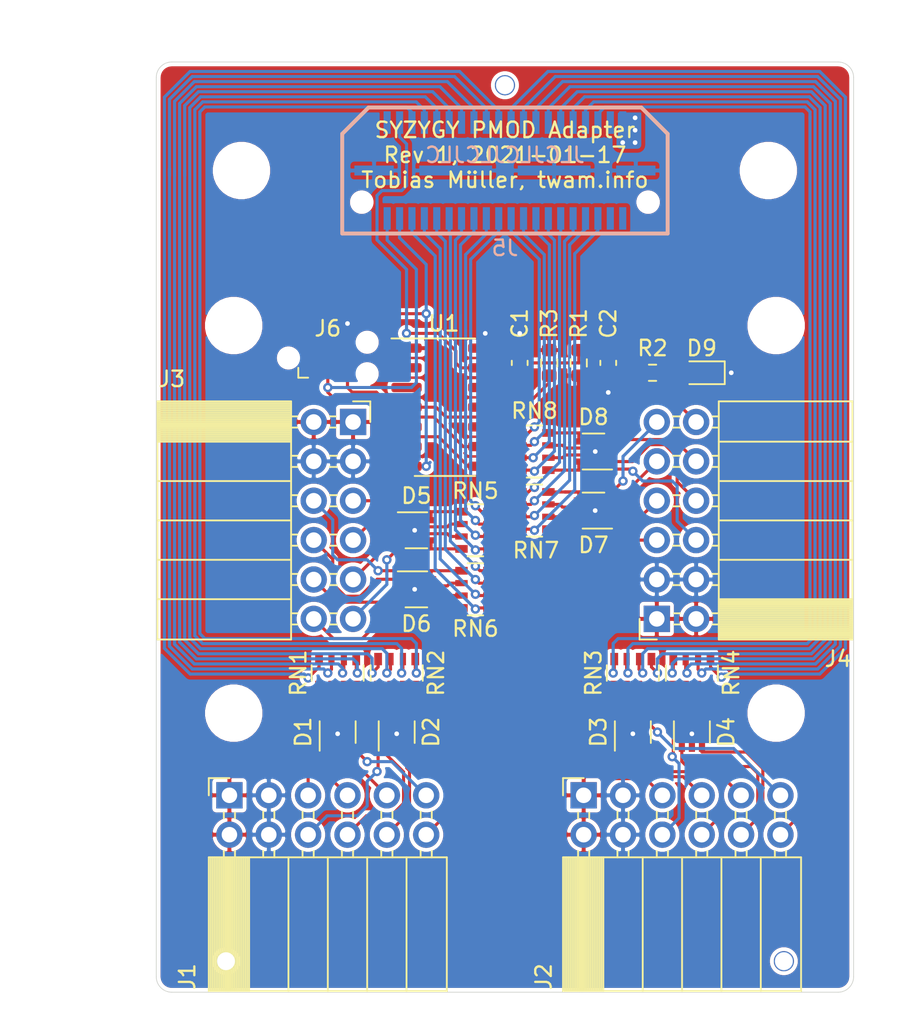
<source format=kicad_pcb>
(kicad_pcb (version 20211014) (generator pcbnew)
  (title_block (title "SYZYGY-PMOD4") (date "2021-01-17") (rev "1") (comment 1 "License: CC-BY-SA 4.0") (comment 2 "Author: Tobias Müller, twam.info"))
  (layers (0 "F.Cu" signal) (31 "B.Cu" signal) (34 "B.Paste" user) (35 "F.Paste" user) (36 "B.SilkS" user "B.Silkscreen") (37 "F.SilkS" user "F.Silkscreen") (38 "B.Mask" user) (39 "F.Mask" user) (44 "Edge.Cuts" user))
  (net 0 "")
  (net 1 "GND")
  (net 2 "/R_GA")
  (net 3 "/PMOD3_IO10")
  (net 4 "/PMOD3_IO4")
  (net 5 "/PMOD3_IO9")
  (net 6 "/PMOD3_IO3")
  (net 7 "/PMOD3_IO8")
  (net 8 "/PMOD3_IO2")
  (net 9 "/PMOD3_IO7")
  (net 10 "/PMOD3_IO1")
  (net 11 "/PMOD1_IO10")
  (net 12 "/PMOD1_IO4")
  (net 13 "/PMOD1_IO9")
  (net 14 "/PMOD1_IO3")
  (net 15 "/PMOD1_IO8")
  (net 16 "/PMOD1_IO2")
  (net 17 "/PMOD1_IO7")
  (net 18 "/PMOD1_IO1")
  (net 19 "/PMOD2_IO4")
  (net 20 "/PMOD2_IO10")
  (net 21 "/PMOD2_IO3")
  (net 22 "/PMOD2_IO9")
  (net 23 "/PMOD2_IO2")
  (net 24 "/PMOD2_IO8")
  (net 25 "/PMOD2_IO1")
  (net 26 "/PMOD2_IO7")
  (net 27 "/PMOD4_IO10")
  (net 28 "/PMOD4_IO4")
  (net 29 "/PMOD4_IO9")
  (net 30 "/PMOD4_IO3")
  (net 31 "/PMOD4_IO8")
  (net 32 "/PMOD4_IO2")
  (net 33 "/PMOD4_IO7")
  (net 34 "/PMOD4_IO1")
  (net 35 "+3V3")
  (net 36 "Net-(U1-Pad12)")
  (net 37 "Net-(U1-Pad11)")
  (net 38 "Net-(U1-Pad10)")
  (net 39 "Net-(U1-Pad6)")
  (net 40 "Net-(U1-Pad5)")
  (net 41 "Net-(U1-Pad3)")
  (net 42 "Net-(U1-Pad2)")
  (net 43 "Net-(J5-Pad2)")
  (net 44 "Net-(J5-Pad37)")
  (net 45 "Net-(J5-Pad38)")
  (net 46 "Net-(J5-Pad39)")
  (net 47 "/~{RESET}")
  (net 48 "/SDA_MOSI")
  (net 49 "/SCL_SCK")
  (net 50 "/MISO")
  (net 51 "Net-(D9-Pad2)")
  (net 52 "/P1_4")
  (net 53 "/P1_3")
  (net 54 "/P1_2")
  (net 55 "/P1_1")
  (net 56 "/P1_7")
  (net 57 "/P1_8")
  (net 58 "/P1_9")
  (net 59 "/P1_10")
  (net 60 "/P2_4")
  (net 61 "/P2_3")
  (net 62 "/P2_2")
  (net 63 "/P2_1")
  (net 64 "/P2_7")
  (net 65 "/P2_8")
  (net 66 "/P2_9")
  (net 67 "/P2_10")
  (net 68 "/P3_4")
  (net 69 "/P3_3")
  (net 70 "/P3_2")
  (net 71 "/P3_1")
  (net 72 "/P3_7")
  (net 73 "/P3_8")
  (net 74 "/P3_9")
  (net 75 "/P3_10")
  (net 76 "/P4_4")
  (net 77 "/P4_3")
  (net 78 "/P4_2")
  (net 79 "/P4_1")
  (net 80 "/P4_7")
  (net 81 "/P4_8")
  (net 82 "/P4_9")
  (net 83 "/P4_10")
  (footprint "MountingHole:MountingHole_3.2mm_M3" (layer "F.Cu") (at 133 66)
    (fp_text reference "REF**" hide)
    (fp_text value "MountingHole_3.2mm_M3")
  )
  (footprint "MountingHole:MountingHole_3.2mm_M3" (layer "F.Cu") (at 167 66)
    (fp_text reference "REF**" hide)
    (fp_text value "MountingHole_3.2mm_M3")
  )
  (footprint "MountingHole:MountingHole_3.2mm_M3" (layer "F.Cu") (at 132.5 76)
    (fp_text reference "REF**" hide)
    (fp_text value "MountingHole_3.2mm_M3")
  )
  (footprint "MountingHole:MountingHole_3.2mm_M3" (layer "F.Cu") (at 167.5 76)
    (fp_text reference "REF**" hide)
    (fp_text value "MountingHole_3.2mm_M3")
  )
  (footprint "MountingHole:MountingHole_3.2mm_M3" (layer "F.Cu") (at 132.5 101)
    (fp_text reference "REF**" hide)
    (fp_text value "MountingHole_3.2mm_M3")
  )
  (footprint "MountingHole:MountingHole_3.2mm_M3" (layer "F.Cu") (at 167.5 101)
    (fp_text reference "REF**" hide)
    (fp_text value "MountingHole_3.2mm_M3")
  )
  (footprint "Capacitor_SMD:C_0603_1608Metric" (layer "F.Cu") (at 156.6675 78.41 -90)
    (fp_text reference "C2")
    (fp_text value "100n")
  )
  (footprint "Package_TO_SOT_SMD:SOT-353_SC-70-5" (layer "F.Cu") (at 143.015 102.2225 90)
    (fp_text reference "D2")
    (fp_text value "NSQA6V8AW5T2G")
  )
  (footprint "Package_TO_SOT_SMD:SOT-353_SC-70-5" (layer "F.Cu") (at 158.255 102.2225 90)
    (fp_text reference "D3")
    (fp_text value "NSQA6V8AW5T2G")
  )
  (footprint "Package_TO_SOT_SMD:SOT-353_SC-70-5" (layer "F.Cu") (at 162.065 102.2225 90)
    (fp_text reference "D4")
    (fp_text value "NSQA6V8AW5T2G")
  )
  (footprint "LED_SMD:LED_0603_1608Metric" (layer "F.Cu") (at 162.7 79.045 180)
    (fp_text reference "D9")
    (fp_text value "green")
  )
  (footprint "Package_TO_SOT_SMD:SOT-353_SC-70-5" (layer "F.Cu") (at 144.285 89.205)
    (fp_text reference "D5")
    (fp_text value "NSQA6V8AW5T2G")
  )
  (footprint "Package_TO_SOT_SMD:SOT-353_SC-70-5" (layer "F.Cu") (at 144.285 93.015)
    (fp_text reference "D6")
    (fp_text value "NSQA6V8AW5T2G")
  )
  (footprint "Package_TO_SOT_SMD:SOT-353_SC-70-5" (layer "F.Cu") (at 155.715 87.935 180)
    (fp_text reference "D7")
    (fp_text value "NSQA6V8AW5T2G")
  )
  (footprint "Connector_PinSocket_2.54mm:PinSocket_2x06_P2.54mm_Horizontal" (layer "F.Cu") (at 155.08 106.3 90)
    (fp_text reference "J2")
    (fp_text value "PMOD2")
  )
  (footprint "Connector_PinSocket_2.54mm:PinSocket_2x06_P2.54mm_Horizontal" (layer "F.Cu") (at 159.8 94.92 180)
    (fp_text reference "J4")
    (fp_text value "PMOD4")
  )
  (footprint "Resistor_SMD:R_0603_1608Metric" (layer "F.Cu") (at 154.7625 78.41 90)
    (fp_text reference "R1")
    (fp_text value "10k")
  )
  (footprint "Resistor_SMD:R_0603_1608Metric" (layer "F.Cu") (at 152.8575 78.41 -90)
    (fp_text reference "R3")
    (fp_text value "10k")
  )
  (footprint "Resistor_SMD:R_Array_Convex_4x0603" (layer "F.Cu") (at 139.205 98.4125 -90)
    (fp_text reference "RN1")
    (fp_text value "200R")
  )
  (footprint "Resistor_SMD:R_Array_Convex_4x0603" (layer "F.Cu") (at 143.015 98.4125 -90)
    (fp_text reference "RN2")
    (fp_text value "200R")
  )
  (footprint "Resistor_SMD:R_Array_Convex_4x0603" (layer "F.Cu") (at 158.255 98.4125 -90)
    (fp_text reference "RN3")
    (fp_text value "200R")
  )
  (footprint "Resistor_SMD:R_Array_Convex_4x0603" (layer "F.Cu") (at 162.065 98.4125 -90)
    (fp_text reference "RN4")
    (fp_text value "200R")
  )
  (footprint "Resistor_SMD:R_Array_Convex_4x0603" (layer "F.Cu") (at 148.095 89.205 180)
    (fp_text reference "RN5")
    (fp_text value "200R")
  )
  (footprint "Resistor_SMD:R_Array_Convex_4x0603" (layer "F.Cu") (at 148.095 93.015 180)
    (fp_text reference "RN6")
    (fp_text value "200R")
  )
  (footprint "Resistor_SMD:R_Array_Convex_4x0603" (layer "F.Cu") (at 151.905 87.935)
    (fp_text reference "RN7")
    (fp_text value "200R")
  )
  (footprint "Connector_PinSocket_2.54mm:PinSocket_2x06_P2.54mm_Horizontal" (layer "F.Cu") (at 140.2 82.22)
    (fp_text reference "J3")
    (fp_text value "PMOD3")
  )
  (footprint "Resistor_SMD:R_Array_Convex_4x0603" (layer "F.Cu") (at 151.905 84.125)
    (fp_text reference "RN8")
    (fp_text value "200R")
  )
  (footprint "Package_TO_SOT_SMD:SOT-353_SC-70-5" (layer "F.Cu") (at 155.715 84.125 180)
    (fp_text reference "D8")
    (fp_text value "NSQA6V8AW5T2G")
  )
  (footprint "Connector:Tag-Connect_TC2030-IDC-NL_2x03_P1.27mm_Vertical" (layer "F.Cu") (at 138.57 78.0925)
    (fp_text reference "J6")
    (fp_text value "ISP")
  )
  (footprint "Capacitor_SMD:C_0603_1608Metric" (layer "F.Cu") (at 150.9525 78.41 90)
    (fp_text reference "C1")
    (fp_text value "100n")
  )
  (footprint "Resistor_SMD:R_0603_1608Metric" (layer "F.Cu") (at 159.525 79.045)
    (fp_text reference "R2")
    (fp_text value "1k")
  )
  (footprint "MountingHole:MountingHole_JLCPCB" (layer "F.Cu") (at 168 117)
    (fp_text reference "REF**" hide)
    (fp_text value "MountingHole_JLCPCB")
  )
  (footprint "MountingHole:MountingHole_JLCPCB" (layer "F.Cu") (at 150 60.5)
    (fp_text reference "REF**" hide)
    (fp_text value "MountingHole_JLCPCB")
  )
  (footprint "Connector_PinSocket_2.54mm:PinSocket_2x06_P2.54mm_Horizontal" (layer "F.Cu") (at 132.22 106.3 90)
    (fp_text reference "J1")
    (fp_text value "PMOD1")
  )
  (footprint "MountingHole:MountingHole_JLCPCB" (layer "F.Cu") (at 132 117)
    (fp_text reference "REF**" hide)
    (fp_text value "MountingHole_JLCPCB")
  )
  (footprint "Package_TO_SOT_SMD:SOT-353_SC-70-5" (layer "F.Cu") (at 139.205 102.2225 90)
    (fp_text reference "D1")
    (fp_text value "NSQA6V8AW5T2G")
  )
  (footprint "Package_SO:SOIC-14_3.9x8.7mm_P1.27mm" (layer "F.Cu") (at 146.125 81.2675)
    (fp_text reference "U1")
    (fp_text value "ATtiny44-20SS")
  )
  (footprint "twam-Misc:QTE-020-01-F-D-A" (layer "B.Cu") (at 150 66)
    (fp_text reference "J5")
    (fp_text value "QTE-020-01-F-D-A")
  )
  (gr_arc (start 171.5 59) (mid 172.207107 59.292893) (end 172.5 60) (layer "Edge.Cuts") (width 0.05))
  (gr_line (start 171.5 59) (end 128.5 59) (layer "Edge.Cuts") (width 0.05))
  (gr_arc (start 172.5 118) (mid 172.207107 118.707107) (end 171.5 119) (layer "Edge.Cuts") (width 0.05))
  (gr_arc (start 128.5 119) (mid 127.792893 118.707107) (end 127.5 118) (layer "Edge.Cuts") (width 0.05))
  (gr_arc (start 127.5 60) (mid 127.792893 59.292893) (end 128.5 59) (layer "Edge.Cuts") (width 0.05))
  (gr_line (start 128.5 119) (end 171.5 119) (layer "Edge.Cuts") (width 0.05))
  (gr_line (start 127.5 60) (end 127.5 118) (layer "Edge.Cuts") (width 0.05))
  (gr_line (start 172.5 118) (end 172.5 60) (layer "Edge.Cuts") (width 0.05))
  (gr_text "JLCJLCJLCJLC" (at 150 65) (layer "B.SilkS") (effects (font (size 1 1)) (justify mirror)))
  (gr_text "SYZYGY PMOD Adapter\nRev 1, 2021-01-17\nTobias Müller, twam.info" (at 150 65) (layer "F.SilkS") (effects (font (size 1 1))))
  (segment (start 162.065 102.335247) (end 162.062855 102.333102) (width 0.2) (layer "F.Cu") (net 1))
  (segment (start 144.176542 93.015) (end 144.174398 93.012856) (width 0.2) (layer "F.Cu") (net 1))
  (segment (start 144.172254 89.205) (end 144.174398 89.207144) (width 0.2) (layer "F.Cu") (net 1))
  (segment (start 156.8525 84.125) (end 155.828117 84.125) (width 0.2) (layer "F.Cu") (net 1))
  (segment (start 148.6 76.635) (end 148.73 76.505) (width 0.2) (layer "F.Cu") (net 1))
  (segment (start 139.84 77.4575) (end 139.84 75.87) (width 0.2) (layer "F.Cu") (net 1))
  (segment (start 150.9525 77.635) (end 150.9525 76.505) (width 0.2) (layer "F.Cu") (net 1))
  (segment (start 143.1475 89.205) (end 144.172254 89.205) (width 0.2) (layer "F.Cu") (net 1))
  (segment (start 163.4875 79.045) (end 164.605 79.045) (width 0.2) (layer "F.Cu") (net 1))
  (segment (start 143.015 103.36) (end 143.015 102.330618) (width 0.2) (layer "F.Cu") (net 1))
  (segment (start 156.6675 79.185) (end 156.6675 80.315) (width 0.2) (layer "F.Cu") (net 1))
  (segment (start 143.1475 93.015) (end 144.176542 93.015) (width 0.2) (layer "F.Cu") (net 1))
  (segment (start 148.6 77.4575) (end 148.6 76.635) (width 0.2) (layer "F.Cu") (net 1))
  (segment (start 156.8525 87.935) (end 155.823118 87.935) (width 0.2) (layer "F.Cu") (net 1))
  (segment (start 158.255 103.36) (end 158.255 102.330618) (width 0.2) (layer "F.Cu") (net 1))
  (segment (start 162.065 103.36) (end 162.065 102.335247) (width 0.2) (layer "F.Cu") (net 1))
  (segment (start 139.205 102.2225) (end 139.205 102.330618) (width 0.2) (layer "F.Cu") (net 1))
  (segment (start 139.205 103.36) (end 139.205 102.2225) (width 0.2) (layer "F.Cu") (net 1))
  (via (at 162.062855 102.333102) (size 0.6) (drill 0.3) (layers "F.Cu" "B.Cu") (net 1))
  (via (at 158.255 102.330618) (size 0.6) (drill 0.3) (layers "F.Cu" "B.Cu") (net 1))
  (via (at 144.174398 93.012856) (size 0.6) (drill 0.3) (layers "F.Cu" "B.Cu") (net 1))
  (via (at 155.823118 87.935) (size 0.6) (drill 0.3) (layers "F.Cu" "B.Cu") (net 1))
  (via (at 148.73 76.505) (size 0.6) (drill 0.3) (layers "F.Cu" "B.Cu") (net 1))
  (via (at 139.205 102.330618) (size 0.6) (drill 0.3) (layers "F.Cu" "B.Cu") (net 1))
  (via (at 144.174398 89.207144) (size 0.6) (drill 0.3) (layers "F.Cu" "B.Cu") (net 1))
  (via (at 156.6675 80.315) (size 0.6) (drill 0.3) (layers "F.Cu" "B.Cu") (net 1))
  (via (at 139.84 75.87) (size 0.6) (drill 0.3) (layers "F.Cu" "B.Cu") (net 1))
  (via (at 164.605 79.045) (size 0.6) (drill 0.3) (layers "F.Cu" "B.Cu") (net 1))
  (via (at 155.828117 84.125) (size 0.6) (drill 0.3) (layers "F.Cu" "B.Cu") (net 1))
  (via (at 143.015 102.330618) (size 0.6) (drill 0.3) (layers "F.Cu" "B.Cu") (net 1))
  (via (at 150.9525 76.505) (size 0.6) (drill 0.3) (layers "F.Cu" "B.Cu") (net 1))
  (segment (start 148.6 78.7275) (end 148.361826 78.7275) (width 0.2) (layer "F.Cu") (net 2))
  (segment (start 150.3175 78.41) (end 154.7625 78.41) (width 0.2) (layer "F.Cu") (net 2))
  (segment (start 146.83451 77.639549) (end 145.699961 76.505) (width 0.2) (layer "F.Cu") (net 2))
  (segment (start 148.361826 78.7275) (end 147.1425 78.7275) (width 0.2) (layer "F.Cu") (net 2))
  (segment (start 146.83451 77.775) (end 146.83451 77.639549) (width 0.2) (layer "F.Cu") (net 2))
  (segment (start 150 78.7275) (end 150.3175 78.41) (width 0.2) (layer "F.Cu") (net 2))
  (segment (start 156.6675 77.635) (end 156.6675 78.0925) (width 0.2) (layer "F.Cu") (net 2))
  (segment (start 154.7625 78.41) (end 156.35 78.41) (width 0.2) (layer "F.Cu") (net 2))
  (segment (start 145.699961 76.505) (end 143.65 76.505) (width 0.2) (layer "F.Cu") (net 2))
  (segment (start 146.83451 78.41951) (end 146.83451 77.775) (width 0.2) (layer "F.Cu") (net 2))
  (segment (start 148.6 78.7275) (end 150 78.7275) (width 0.2) (layer "F.Cu") (net 2))
  (segment (start 156.6675 78.0925) (end 156.35 78.41) (width 0.2) (layer "F.Cu") (net 2))
  (segment (start 147.1425 78.7275) (end 146.83451 78.41951) (width 0.2) (layer "F.Cu") (net 2))
  (segment (start 154.7625 77.585) (end 154.7625 78.41) (width 0.2) (layer "F.Cu") (net 2))
  (via (at 143.65 76.505) (size 0.6) (drill 0.3) (layers "F.Cu" "B.Cu") (net 2))
  (segment (start 143.65 66.98) (end 143.65 64.285) (width 0.2) (layer "B.Cu") (net 2))
  (segment (start 143.65 72.3775) (end 141.745 70.4725) (width 0.2) (layer "B.Cu") (net 2))
  (segment (start 143.2 63.835) (end 143.2 62.91) (width 0.2) (layer "B.Cu") (net 2))
  (segment (start 142.0625 67.2975) (end 143.3325 67.2975) (width 0.2) (layer "B.Cu") (net 2))
  (segment (start 143.65 64.285) (end 143.2 63.835) (width 0.2) (layer "B.Cu") (net 2))
  (segment (start 141.745 67.615) (end 142.0625 67.2975) (width 0.2) (layer "B.Cu") (net 2))
  (segment (start 141.745 70.4725) (end 141.745 67.615) (width 0.2) (layer "B.Cu") (net 2))
  (segment (start 143.65 76.505) (end 143.65 72.3775) (width 0.2) (layer "B.Cu") (net 2))
  (segment (start 143.3325 67.2975) (end 143.65 66.98) (width 0.2) (layer "B.Cu") (net 2))
  (segment (start 148.390497 91.815) (end 148.095 91.519503) (width 0.2) (layer "F.Cu") (net 3))
  (segment (start 148.995 91.815) (end 148.390497 91.815) (width 0.2) (layer "F.Cu") (net 3))
  (via (at 148.095 91.519503) (size 0.6) (drill 0.3) (layers "F.Cu" "B.Cu") (net 3))
  (segment (start 146.4 70.0475) (end 146.47897 70.12647) (width 0.2) (layer "B.Cu") (net 3))
  (segment (start 146.47897 89.903473) (end 148.095 91.519503) (width 0.2) (layer "B.Cu") (net 3))
  (segment (start 146.47897 70.12647) (end 146.47897 89.903473) (width 0.2) (layer "B.Cu") (net 3))
  (segment (start 146.4 69.09) (end 146.4 70.0475) (width 0.2) (layer "B.Cu") (net 3))
  (segment (start 148.995 88.005) (end 148.4825 88.005) (width 0.2) (layer "F.Cu") (net 4))
  (segment (start 148.4825 88.005) (end 148.095 87.6175) (width 0.2) (layer "F.Cu") (net 4))
  (via (at 148.095 87.6175) (size 0.6) (drill 0.3) (layers "F.Cu" "B.Cu") (net 4))
  (segment (start 147.78701 87.30951) (end 147.78701 83.1725) (width 0.2) (layer "B.Cu") (net 4))
  (segment (start 147.78701 71.73299) (end 147.78701 72.06951) (width 0.2) (layer "B.Cu") (net 4))
  (segment (start 149.6 69.09) (end 149.6 69.92) (width 0.2) (layer "B.Cu") (net 4))
  (segment (start 147.78701 83.1725) (end 147.78701 72.06951) (width 0.2) (layer "B.Cu") (net 4))
  (segment (start 147.78701 72.06951) (end 147.78701 72.05049) (width 0.2) (layer "B.Cu") (net 4))
  (segment (start 149.6 69.92) (end 147.78701 71.73299) (width 0.2) (layer "B.Cu") (net 4))
  (segment (start 148.095 87.6175) (end 147.78701 87.30951) (width 0.2) (layer "B.Cu") (net 4))
  (segment (start 148.33 92.615) (end 148.095 92.38) (width 0.2) (layer "F.Cu") (net 5))
  (segment (start 148.995 92.615) (end 148.33 92.615) (width 0.2) (layer "F.Cu") (net 5))
  (via (at 148.095 92.38) (size 0.6) (drill 0.3) (layers "F.Cu" "B.Cu") (net 5))
  (segment (start 145.6 69.09) (end 145.6 70.015) (width 0.2) (layer "B.Cu") (net 5))
  (segment (start 146.15196 90.43696) (end 148.095 92.38) (width 0.2) (layer "B.Cu") (net 5))
  (segment (start 145.6 70.015) (end 146.15196 70.56696) (width 0.2) (layer "B.Cu") (net 5))
  (segment (start 146.15196 70.56696) (end 146.15196 90.43696) (width 0.2) (layer "B.Cu") (net 5))
  (segment (start 148.33 88.805) (end 148.095 88.57) (width 0.2) (layer "F.Cu") (net 6))
  (segment (start 148.995 88.805) (end 148.33 88.805) (width 0.2) (layer "F.Cu") (net 6))
  (via (at 148.095 88.57) (size 0.6) (drill 0.3) (layers "F.Cu" "B.Cu") (net 6))
  (segment (start 148.8 70.085) (end 148.8 69.09) (width 0.2) (layer "B.Cu") (net 6))
  (segment (start 147.46 87.935) (end 147.46 71.425) (width 0.2) (layer "B.Cu") (net 6))
  (segment (start 147.46 71.425) (end 148.8 70.085) (width 0.2) (layer "B.Cu") (net 6))
  (segment (start 148.095 88.57) (end 147.46 87.935) (width 0.2) (layer "B.Cu") (net 6))
  (segment (start 148.1775 93.415) (end 148.095 93.3325) (width 0.2) (layer "F.Cu") (net 7))
  (segment (start 148.995 93.415) (end 148.1775 93.415) (width 0.2) (layer "F.Cu") (net 7))
  (via (at 148.095 93.3325) (size 0.6) (drill 0.3) (layers "F.Cu" "B.Cu") (net 7))
  (segment (start 145.82495 71.03995) (end 145.82495 91.06245) (width 0.2) (layer "B.Cu") (net 7))
  (segment (start 145.82495 91.06245) (end 148.095 93.3325) (width 0.2) (layer "B.Cu") (net 7))
  (segment (start 144.8 70.015) (end 145.82495 71.03995) (width 0.2) (layer "B.Cu") (net 7))
  (segment (start 144.8 69.09) (end 144.8 70.015) (width 0.2) (layer "B.Cu") (net 7))
  (segment (start 148.995 89.605) (end 148.1775 89.605) (width 0.2) (layer "F.Cu") (net 8))
  (segment (start 148.1775 89.605) (end 148.095 89.5225) (width 0.2) (layer "F.Cu") (net 8))
  (via (at 148.095 89.5225) (size 0.6) (drill 0.3) (layers "F.Cu" "B.Cu") (net 8))
  (segment (start 148 69.09) (end 148 69.9325) (width 0.2) (layer "B.Cu") (net 8))
  (segment (start 147.13299 70.79951) (end 147.13299 88.56049) (width 0.2) (layer "B.Cu") (net 8))
  (segment (start 147.13299 88.56049) (end 148.095 89.5225) (width 0.2) (layer "B.Cu") (net 8))
  (segment (start 148 69.9325) (end 147.13299 70.79951) (width 0.2) (layer "B.Cu") (net 8))
  (segment (start 148.165 94.215) (end 148.095 94.285) (width 0.2) (layer "F.Cu") (net 9))
  (segment (start 148.995 94.215) (end 148.165 94.215) (width 0.2) (layer "F.Cu") (net 9))
  (via (at 148.095 94.285) (size 0.6) (drill 0.3) (layers "F.Cu" "B.Cu") (net 9))
  (segment (start 144 69.09) (end 144 70.015) (width 0.2) (layer "B.Cu") (net 9))
  (segment (start 145.49794 91.68794) (end 145.49794 71.51294) (width 0.2) (layer "B.Cu") (net 9))
  (segment (start 145.49794 71.51294) (end 145.165 71.18) (width 0.2) (layer "B.Cu") (net 9))
  (segment (start 145.165 71.18) (end 145.2375 71.2525) (width 0.2) (layer "B.Cu") (net 9))
  (segment (start 148.095 94.285) (end 145.49794 91.68794) (width 0.2) (layer "B.Cu") (net 9))
  (segment (start 144 70.015) (end 145.165 71.18) (width 0.2) (layer "B.Cu") (net 9))
  (segment (start 148.165 90.405) (end 148.095 90.475) (width 0.2) (layer "F.Cu") (net 10))
  (segment (start 148.995 90.405) (end 148.165 90.405) (width 0.2) (layer "F.Cu") (net 10))
  (via (at 148.095 90.475) (size 0.6) (drill 0.3) (layers "F.Cu" "B.Cu") (net 10))
  (segment (start 146.80598 70.49152) (end 147.2 70.0975) (width 0.2) (layer "B.Cu") (net 10))
  (segment (start 148.095 90.475) (end 146.80598 89.18598) (width 0.2) (layer "B.Cu") (net 10))
  (segment (start 146.80598 89.18598) (end 146.80598 70.49152) (width 0.2) (layer "B.Cu") (net 10))
  (segment (start 147.2 70.0975) (end 147.2 69.09) (width 0.2) (layer "B.Cu") (net 10))
  (segment (start 141.815 97.5125) (end 141.815 97.7075) (width 0.2) (layer "F.Cu") (net 11))
  (segment (start 141.815 98.025) (end 141.4275 98.4125) (width 0.2) (layer "F.Cu") (net 11))
  (segment (start 141.815 97.5125) (end 141.815 98.025) (width 0.2) (layer "F.Cu") (net 11))
  (via (at 141.4275 98.4125) (size 0.6) (drill 0.3) (layers "F.Cu" "B.Cu") (net 11))
  (segment (start 146.4 61.985) (end 145.33397 60.91897) (width 0.2) (layer "B.Cu") (net 11))
  (segment (start 130.226147 97.17103) (end 141.13853 97.17103) (width 0.2) (layer "B.Cu") (net 11))
  (segment (start 141.13853 97.17103) (end 141.4275 97.46) (width 0.2) (layer "B.Cu") (net 11))
  (segment (start 146.4 62.91) (end 146.4 61.985) (width 0.2) (layer "B.Cu") (net 11))
  (segment (start 130.226148 60.91897) (end 129.33397 61.811147) (width 0.2) (layer "B.Cu") (net 11))
  (segment (start 129.33397 65.99897) (end 129.33397 96.278853) (width 0.2) (layer "B.Cu") (net 11))
  (segment (start 129.33397 61.811147) (end 129.33397 65.99897) (width 0.2) (layer "B.Cu") (net 11))
  (segment (start 141.4275 97.46) (end 141.4275 98.4125) (width 0.2) (layer "B.Cu") (net 11))
  (segment (start 145.33397 60.91897) (end 130.226148 60.91897) (width 0.2) (layer "B.Cu") (net 11))
  (segment (start 129.33397 96.278853) (end 130.226147 97.17103) (width 0.2) (layer "B.Cu") (net 11))
  (segment (start 129.33397 65.99897) (end 129.33397 66.345) (width 0.2) (layer "B.Cu") (net 11))
  (segment (start 138.005 97.5125) (end 138.005 98.025) (width 0.2) (layer "F.Cu") (net 12))
  (segment (start 138.005 98.025) (end 137.3 98.73) (width 0.2) (layer "F.Cu") (net 12))
  (via (at 137.3 98.73) (size 0.6) (drill 0.3) (layers "F.Cu" "B.Cu") (net 12))
  (segment (start 128.02593 61.269343) (end 128.02593 96.820657) (width 0.2) (layer "B.Cu") (net 12))
  (segment (start 149.6 62.91) (end 149.6 62.135) (width 0.2) (layer "B.Cu") (net 12))
  (segment (start 137.04907 98.47907) (end 137.3 98.73) (width 0.2) (layer "B.Cu") (net 12))
  (segment (start 129.684343 98.47907) (end 135.77907 98.47907) (width 0.2) (layer "B.Cu") (net 12))
  (segment (start 149.6 62.135) (end 147.075934 59.610934) (width 0.2) (layer "B.Cu") (net 12))
  (segment (start 135.516726 98.47907) (end 135.77907 98.47907) (width 0.2) (layer "B.Cu") (net 12))
  (segment (start 147.075934 59.610934) (end 129.68434 59.610934) (width 0.2) (layer "B.Cu") (net 12))
  (segment (start 135.77907 98.47907) (end 137.04907 98.47907) (width 0.2) (layer "B.Cu") (net 12))
  (segment (start 129.68434 59.610934) (end 128.02593 61.269343) (width 0.2) (layer "B.Cu") (net 12))
  (segment (start 128.02593 96.820657) (end 129.684343 98.47907) (width 0.2) (layer "B.Cu") (net 12))
  (segment (start 142.615 98.1775) (end 142.38 98.4125) (width 0.2) (layer "F.Cu") (net 13))
  (segment (start 142.615 97.5125) (end 142.615 98.1775) (width 0.2) (layer "F.Cu") (net 13))
  (via (at 142.38 98.4125) (size 0.6) (drill 0.3) (layers "F.Cu" "B.Cu") (net 13))
  (segment (start 145.6 61.985) (end 144.86098 61.24598) (width 0.2) (layer "B.Cu") (net 13))
  (segment (start 136.212049 96.84402) (end 136.64598 96.84402) (width 0.2) (layer "B.Cu") (net 13))
  (segment (start 142.38 97.1425) (end 142.38 98.4125) (width 0.2) (layer "B.Cu") (net 13))
  (segment (start 130.361598 61.24598) (end 129.66098 61.946598) (width 0.2) (layer "B.Cu") (net 13))
  (segment (start 130.361598 96.84402) (end 136.64598 96.84402) (width 0.2) (layer "B.Cu") (net 13))
  (segment (start 142.08152 96.84402) (end 142.38 97.1425) (width 0.2) (layer "B.Cu") (net 13))
  (segment (start 144.86098 61.24598) (end 130.361598 61.24598) (width 0.2) (layer "B.Cu") (net 13))
  (segment (start 145.6 62.91) (end 145.6 61.985) (width 0.2) (layer "B.Cu") (net 13))
  (segment (start 129.66098 61.946598) (end 129.66098 96.143402) (width 0.2) (layer "B.Cu") (net 13))
  (segment (start 129.66098 96.143402) (end 130.361598 96.84402) (width 0.2) (layer "B.Cu") (net 13))
  (segment (start 136.64598 96.84402) (end 142.08152 96.84402) (width 0.2) (layer "B.Cu") (net 13))
  (segment (start 138.805 97.5125) (end 138.805 98.1775) (width 0.2) (layer "F.Cu") (net 14))
  (segment (start 138.805 98.1775) (end 138.57 98.4125) (width 0.2) (layer "F.Cu") (net 14))
  (via (at 138.57 98.4125) (size 0.6) (drill 0.3) (layers "F.Cu" "B.Cu") (net 14))
  (segment (start 146.752943 59.937943) (end 129.819792 59.937943) (width 0.2) (layer "B.Cu") (net 14))
  (segment (start 148.8 62.91) (end 148.8 61.985) (width 0.2) (layer "B.Cu") (net 14))
  (segment (start 148.8 61.985) (end 146.752943 59.937943) (width 0.2) (layer "B.Cu") (net 14))
  (segment (start 128.35294 61.404794) (end 128.35294 65.892049) (width 0.2) (layer "B.Cu") (net 14))
  (segment (start 135.652177 98.15206) (end 136.08706 98.15206) (width 0.2) (layer "B.Cu") (net 14))
  (segment (start 128.35294 65.892049) (end 128.35294 96.685206) (width 0.2) (layer "B.Cu") (net 14))
  (segment (start 138.30956 98.15206) (end 138.57 98.4125) (width 0.2) (layer "B.Cu") (net 14))
  (segment (start 128.35294 65.892049) (end 128.35294 66.345) (width 0.2) (layer "B.Cu") (net 14))
  (segment (start 136.08706 98.15206) (end 138.30956 98.15206) (width 0.2) (layer "B.Cu") (net 14))
  (segment (start 129.819792 59.937943) (end 128.35294 61.404794) (width 0.2) (layer "B.Cu") (net 14))
  (segment (start 128.35294 96.685206) (end 129.819794 98.15206) (width 0.2) (layer "B.Cu") (net 14))
  (segment (start 129.819794 98.15206) (end 136.08706 98.15206) (width 0.2) (layer "B.Cu") (net 14))
  (segment (start 143.415 97.5125) (end 143.415 98.33) (width 0.2) (layer "F.Cu") (net 15))
  (segment (start 143.415 98.33) (end 143.3325 98.4125) (width 0.2) (layer "F.Cu") (net 15))
  (via (at 143.3325 98.4125) (size 0.6) (drill 0.3) (layers "F.Cu" "B.Cu") (net 15))
  (segment (start 130.497049 96.51701) (end 143.02451 96.51701) (width 0.2) (layer "B.Cu") (net 15))
  (segment (start 143.3325 96.825) (end 143.3325 98.4125) (width 0.2) (layer "B.Cu") (net 15))
  (segment (start 144.8 62.91) (end 144.8 62.0975) (width 0.2) (layer "B.Cu") (net 15))
  (segment (start 129.98799 62.082049) (end 129.98799 96.007951) (width 0.2) (layer "B.Cu") (net 15))
  (segment (start 129.98799 96.007951) (end 130.497049 96.51701) (width 0.2) (layer "B.Cu") (net 15))
  (segment (start 130.497049 61.57299) (end 129.98799 62.082049) (width 0.2) (layer "B.Cu") (net 15))
  (segment (start 143.02451 96.51701) (end 143.3325 96.825) (width 0.2) (layer "B.Cu") (net 15))
  (segment (start 144.8 62.0975) (end 144.27549 61.57299) (width 0.2) (layer "B.Cu") (net 15))
  (segment (start 144.27549 61.57299) (end 130.497049 61.57299) (width 0.2) (layer "B.Cu") (net 15))
  (segment (start 139.605 98.33) (end 139.5225 98.4125) (width 0.2) (layer "F.Cu") (net 16))
  (segment (start 139.605 97.5125) (end 139.605 98.33) (width 0.2) (layer "F.Cu") (net 16))
  (via (at 139.5225 98.4125) (size 0.6) (drill 0.3) (layers "F.Cu" "B.Cu") (net 16))
  (segment (start 129.955244 60.264952) (end 128.67995 61.540245) (width 0.2) (layer "B.Cu") (net 16))
  (segment (start 128.67995 66.0275) (end 128.67995 66.345) (width 0.2) (layer "B.Cu") (net 16))
  (segment (start 136.39505 97.82505) (end 139.25255 97.82505) (width 0.2) (layer "B.Cu") (net 16))
  (segment (start 139.5225 98.095) (end 139.5225 98.4125) (width 0.2) (layer "B.Cu") (net 16))
  (segment (start 128.67995 96.549755) (end 129.955245 97.82505) (width 0.2) (layer "B.Cu") (net 16))
  (segment (start 148 61.985) (end 146.279952 60.264952) (width 0.2) (layer "B.Cu") (net 16))
  (segment (start 146.279952 60.264952) (end 129.955244 60.264952) (width 0.2) (layer "B.Cu") (net 16))
  (segment (start 128.67995 66.0275) (end 128.67995 96.549755) (width 0.2) (layer "B.Cu") (net 16))
  (segment (start 129.955245 97.82505) (end 136.39505 97.82505) (width 0.2) (layer "B.Cu") (net 16))
  (segment (start 148 62.91) (end 148 61.985) (width 0.2) (layer "B.Cu") (net 16))
  (segment (start 128.67995 61.540245) (end 128.67995 66.0275) (width 0.2) (layer "B.Cu") (net 16))
  (segment (start 135.787628 97.82505) (end 136.39505 97.82505) (width 0.2) (layer "B.Cu") (net 16))
  (segment (start 139.25255 97.82505) (end 139.5225 98.095) (width 0.2) (layer "B.Cu") (net 16))
  (segment (start 144.215 97.5125) (end 144.215 98.3425) (width 0.2) (layer "F.Cu") (net 17))
  (segment (start 144.215 98.3425) (end 144.285 98.4125) (width 0.2) (layer "F.Cu") (net 17))
  (via (at 144.285 98.4125) (size 0.6) (drill 0.3) (layers "F.Cu" "B.Cu") (net 17))
  (segment (start 144 62.25) (end 143.65 61.9) (width 0.2) (layer "B.Cu") (net 17))
  (segment (start 144 62.91) (end 144 62.25) (width 0.2) (layer "B.Cu") (net 17))
  (segment (start 136.492461 96.19) (end 136.9825 96.19) (width 0.2) (layer "B.Cu") (net 17))
  (segment (start 130.6325 61.9) (end 130.315 62.2175) (width 0.2) (layer "B.Cu") (net 17))
  (segment (start 130.315 75.5525) (end 130.315 95.8725) (width 0.2) (layer "B.Cu") (net 17))
  (segment (start 130.315 95.8725) (end 130.6325 96.19) (width 0.2) (layer "B.Cu") (net 17))
  (segment (start 130.315 66.345) (end 130.315 75.5525) (width 0.2) (layer "B.Cu") (net 17))
  (segment (start 143.65 61.9) (end 130.6325 61.9) (width 0.2) (layer "B.Cu") (net 17))
  (segment (start 136.9825 96.19) (end 136.665 96.19) (width 0.2) (layer "B.Cu") (net 17))
  (segment (start 130.315 62.2175) (end 130.315 66.345) (width 0.2) (layer "B.Cu") (net 17))
  (segment (start 143.9675 96.19) (end 136.9825 96.19) (width 0.2) (layer "B.Cu") (net 17))
  (segment (start 144.285 96.5075) (end 143.9675 96.19) (width 0.2) (layer "B.Cu") (net 17))
  (segment (start 130.6325 96.19) (end 136.492461 96.19) (width 0.2) (layer "B.Cu") (net 17))
  (segment (start 144.285 98.4125) (end 144.285 96.5075) (width 0.2) (layer "B.Cu") (net 17))
  (segment (start 140.405 98.3425) (end 140.475 98.4125) (width 0.2) (layer "F.Cu") (net 18))
  (segment (start 140.405 97.5125) (end 140.405 98.3425) (width 0.2) (layer "F.Cu") (net 18))
  (via (at 140.475 98.4125) (size 0.6) (drill 0.3) (layers "F.Cu" "B.Cu") (net 18))
  (segment (start 136.06804 97.49804) (end 135.923079 97.49804) (width 0.2) (layer "B.Cu") (net 18))
  (segment (start 147.2 61.985) (end 145.806961 60.591961) (width 0.2) (layer "B.Cu") (net 18))
  (segment (start 130.090696 97.49804) (end 136.06804 97.49804) (width 0.2) (layer "B.Cu") (net 18))
  (segment (start 129.00696 61.675696) (end 129.00696 96.414304) (width 0.2) (layer "B.Cu") (net 18))
  (segment (start 140.475 97.7775) (end 140.19554 97.49804) (width 0.2) (layer "B.Cu") (net 18))
  (segment (start 130.090696 60.591961) (end 129.00696 61.675696) (width 0.2) (layer "B.Cu") (net 18))
  (segment (start 129.00696 96.414304) (end 130.090696 97.49804) (width 0.2) (layer "B.Cu") (net 18))
  (segment (start 140.475 98.4125) (end 140.475 97.7775) (width 0.2) (layer "B.Cu") (net 18))
  (segment (start 145.806961 60.591961) (end 130.090696 60.591961) (width 0.2) (layer "B.Cu") (net 18))
  (segment (start 140.19554 97.49804) (end 136.3475 97.49804) (width 0.2) (layer "B.Cu") (net 18))
  (segment (start 136.3475 97.49804) (end 136.06804 97.49804) (width 0.2) (layer "B.Cu") (net 18))
  (segment (start 147.2 62.91) (end 147.2 61.985) (width 0.2) (layer "B.Cu") (net 18))
  (segment (start 157.055 98.3425) (end 156.985 98.4125) (width 0.2) (layer "F.Cu") (net 19))
  (segment (start 157.055 97.5125) (end 157.055 98.3425) (width 0.2) (layer "F.Cu") (net 19))
  (via (at 156.985 98.4125) (size 0.6) (drill 0.3) (layers "F.Cu" "B.Cu") (net 19))
  (segment (start 156.985 96.5075) (end 156.985 96.825) (width 0.2) (layer "B.Cu") (net 19))
  (segment (start 156 62.91) (end 156 62.346398) (width 0.2) (layer "B.Cu") (net 19))
  (segment (start 169.685 62.2175) (end 169.685 62.535) (width 0.2) (layer "B.Cu") (net 19))
  (segment (start 157.3025 96.19) (end 156.985 96.5075) (width 0.2) (layer "B.Cu") (net 19))
  (segment (start 169.3675 61.9) (end 169.685 62.2175) (width 0.2) (layer "B.Cu") (net 19))
  (segment (start 169.685 62.535) (end 169.685 62.670451) (width 0.2) (layer "B.Cu") (net 19))
  (segment (start 156.446398 61.9) (end 169.3675 61.9) (width 0.2) (layer "B.Cu") (net 19))
  (segment (start 169.685 62.535) (end 169.685 95.8725) (width 0.2) (layer "B.Cu") (net 19))
  (segment (start 169.685 95.8725) (end 169.3675 96.19) (width 0.2) (layer "B.Cu") (net 19))
  (segment (start 156 62.346398) (end 156.446398 61.9) (width 0.2) (layer "B.Cu") (net 19))
  (segment (start 156.985 96.825) (end 156.985 98.4125) (width 0.2) (layer "B.Cu") (net 19))
  (segment (start 169.3675 96.19) (end 157.3025 96.19) (width 0.2) (layer "B.Cu") (net 19))
  (segment (start 160.865 98.3425) (end 160.795 98.4125) (width 0.2) (layer "F.Cu") (net 20))
  (segment (start 160.865 97.5125) (end 160.865 98.3425) (width 0.2) (layer "F.Cu") (net 20))
  (via (at 160.795 98.4125) (size 0.6) (drill 0.3) (layers "F.Cu" "B.Cu") (net 20))
  (segment (start 169.909304 60.591962) (end 170.99304 61.675697) (width 0.2) (layer "B.Cu") (net 20))
  (segment (start 170.99304 61.675697) (end 170.99304 96.414304) (width 0.2) (layer "B.Cu") (net 20))
  (segment (start 170.99304 96.414304) (end 169.909304 97.49804) (width 0.2) (layer "B.Cu") (net 20))
  (segment (start 163.69054 97.49804) (end 163.876803 97.49804) (width 0.2) (layer "B.Cu") (net 20))
  (segment (start 152.8 62.91) (end 152.8 61.985) (width 0.2) (layer "B.Cu") (net 20))
  (segment (start 160.795 98.4125) (end 160.795 97.81554) (width 0.2) (layer "B.Cu") (net 20))
  (segment (start 160.795 97.81554) (end 161.1125 97.49804) (width 0.2) (layer "B.Cu") (net 20))
  (segment (start 169.909304 97.49804) (end 163.69054 97.49804) (width 0.2) (layer "B.Cu") (net 20))
  (segment (start 152.8 61.985) (end 154.193038 60.591962) (width 0.2) (layer "B.Cu") (net 20))
  (segment (start 154.193038 60.591962) (end 169.909304 60.591962) (width 0.2) (layer "B.Cu") (net 20))
  (segment (start 161.1125 97.49804) (end 163.69054 97.49804) (width 0.2) (layer "B.Cu") (net 20))
  (segment (start 157.855 97.5125) (end 157.855 98.33) (width 0.2) (layer "F.Cu") (net 21))
  (segment (start 157.855 98.33) (end 157.9375 98.4125) (width 0.2) (layer "F.Cu") (net 21))
  (via (at 157.9375 98.4125) (size 0.6) (drill 0.3) (layers "F.Cu" "B.Cu") (net 21))
  (segment (start 169.50295 61.57299) (end 170.01201 62.08205) (width 0.2) (layer "B.Cu") (net 21))
  (segment (start 155.2 62.0975) (end 155.72451 61.57299) (width 0.2) (layer "B.Cu") (net 21))
  (segment (start 157.9375 96.83451) (end 157.9375 98.4125) (width 0.2) (layer "B.Cu") (net 21))
  (segment (start 155.2 62.91) (end 155.2 62.0975) (width 0.2) (layer "B.Cu") (net 21))
  (segment (start 163.32549 96.51701) (end 158.255 96.51701) (width 0.2) (layer "B.Cu") (net 21))
  (segment (start 158.255 96.51701) (end 157.9375 96.83451) (width 0.2) (layer "B.Cu") (net 21))
  (segment (start 163.470451 96.51701) (end 163.32549 96.51701) (width 0.2) (layer "B.Cu") (net 21))
  (segment (start 170.01201 62.08205) (end 170.01201 96.007951) (width 0.2) (layer "B.Cu") (net 21))
  (segment (start 169.502951 96.51701) (end 163.32549 96.51701) (width 0.2) (layer "B.Cu") (net 21))
  (segment (start 155.72451 61.57299) (end 169.50295 61.57299) (width 0.2) (layer "B.Cu") (net 21))
  (segment (start 170.01201 96.007951) (end 169.502951 96.51701) (width 0.2) (layer "B.Cu") (net 21))
  (segment (start 161.665 98.33) (end 161.7475 98.4125) (width 0.2) (layer "F.Cu") (net 22))
  (segment (start 161.665 97.5125) (end 161.665 98.33) (width 0.2) (layer "F.Cu") (net 22))
  (via (at 161.7475 98.4125) (size 0.6) (drill 0.3) (layers "F.Cu" "B.Cu") (net 22))
  (segment (start 161.7475 98.4125) (end 161.7475 98.095) (width 0.2) (layer "B.Cu") (net 22))
  (segment (start 153.720047 60.264953) (end 170.044757 60.264953) (width 0.2) (layer "B.Cu") (net 22))
  (segment (start 170.044757 60.264953) (end 171.32005 61.540246) (width 0.2) (layer "B.Cu") (net 22))
  (segment (start 170.044756 97.825049) (end 164.012255 97.825049) (width 0.2) (layer "B.Cu") (net 22))
  (segment (start 163.92245 97.82505) (end 163.787951 97.82505) (width 0.2) (layer "B.Cu") (net 22))
  (segment (start 163.787951 97.82505) (end 163.6525 97.82505) (width 0.2) (layer "B.Cu") (net 22))
  (segment (start 171.32005 61.540246) (end 171.32005 96.549755) (width 0.2) (layer "B.Cu") (net 22))
  (segment (start 152 62.91) (end 152 61.985) (width 0.2) (layer "B.Cu") (net 22))
  (segment (start 162.01745 97.82505) (end 163.60495 97.82505) (width 0.2) (layer "B.Cu") (net 22))
  (segment (start 163.60495 97.82505) (end 163.92245 97.82505) (width 0.2) (layer "B.Cu") (net 22))
  (segment (start 161.7475 98.095) (end 162.01745 97.82505) (width 0.2) (layer "B.Cu") (net 22))
  (segment (start 164.012255 97.825049) (end 163.60495 97.82505) (width 0.2) (layer "B.Cu") (net 22))
  (segment (start 152 61.985) (end 153.720047 60.264953) (width 0.2) (layer "B.Cu") (net 22))
  (segment (start 171.32005 96.549755) (end 170.044756 97.825049) (width 0.2) (layer "B.Cu") (net 22))
  (segment (start 158.655 97.5125) (end 158.655 98.1775) (width 0.2) (layer "F.Cu") (net 23))
  (segment (start 158.655 98.1775) (end 158.89 98.4125) (width 0.2) (layer "F.Cu") (net 23))
  (via (at 158.89 98.4125) (size 0.6) (drill 0.3) (layers "F.Cu" "B.Cu") (net 23))
  (segment (start 158.89 97.16152) (end 158.89 98.4125) (width 0.2) (layer "B.Cu") (net 23))
  (segment (start 154.4 62.91) (end 154.4 61.985) (width 0.2) (layer "B.Cu") (net 23))
  (segment (start 154.4 61.985) (end 155.13902 61.24598) (width 0.2) (layer "B.Cu") (net 23))
  (segment (start 169.6384 61.24598) (end 170.33902 61.946599) (width 0.2) (layer "B.Cu") (net 23))
  (segment (start 170.33902 61.946599) (end 170.33902 96.143402) (width 0.2) (layer "B.Cu") (net 23))
  (segment (start 170.33902 96.143402) (end 169.638402 96.84402) (width 0.2) (layer "B.Cu") (net 23))
  (segment (start 159.2075 96.84402) (end 158.89 97.16152) (width 0.2) (layer "B.Cu") (net 23))
  (segment (start 169.638402 96.84402) (end 159.2075 96.84402) (width 0.2) (layer "B.Cu") (net 23))
  (segment (start 155.13902 61.24598) (end 169.6384 61.24598) (width 0.2) (layer "B.Cu") (net 23))
  (segment (start 162.465 98.1775) (end 162.7 98.4125) (width 0.2) (layer "F.Cu") (net 24))
  (segment (start 162.465 97.5125) (end 162.465 98.1775) (width 0.2) (layer "F.Cu") (net 24))
  (via (at 162.7 98.4125) (size 0.6) (drill 0.3) (layers "F.Cu" "B.Cu") (net 24))
  (segment (start 162.96044 98.15206) (end 163.97 98.15206) (width 0.2) (layer "B.Cu") (net 24))
  (segment (start 170.180206 98.15206) (end 163.91294 98.15206) (width 0.2) (layer "B.Cu") (net 24))
  (segment (start 162.7 98.4125) (end 162.96044 98.15206) (width 0.2) (layer "B.Cu") (net 24))
  (segment (start 171.64706 96.685206) (end 170.180206 98.15206) (width 0.2) (layer "B.Cu") (net 24))
  (segment (start 153.247057 59.937943) (end 170.180208 59.937943) (width 0.2) (layer "B.Cu") (net 24))
  (segment (start 170.180208 59.937943) (end 171.64706 61.404795) (width 0.2) (layer "B.Cu") (net 24))
  (segment (start 151.2 62.91) (end 151.2 61.985) (width 0.2) (layer "B.Cu") (net 24))
  (segment (start 171.64706 61.404795) (end 171.64706 96.685206) (width 0.2) (layer "B.Cu") (net 24))
  (segment (start 163.97 98.15206) (end 164.147706 98.15206) (width 0.2) (layer "B.Cu") (net 24))
  (segment (start 151.2 61.985) (end 153.247057 59.937943) (width 0.2) (layer "B.Cu") (net 24))
  (segment (start 159.455 97.5125) (end 159.455 98.025) (width 0.2) (layer "F.Cu") (net 25))
  (segment (start 159.455 98.025) (end 159.8425 98.4125) (width 0.2) (layer "F.Cu") (net 25))
  (via (at 159.8425 98.4125) (size 0.6) (drill 0.3) (layers "F.Cu" "B.Cu") (net 25))
  (segment (start 153.6 61.985) (end 154.66603 60.91897) (width 0.2) (layer "B.Cu") (net 25))
  (segment (start 169.773852 60.918971) (end 170.66603 61.811148) (width 0.2) (layer "B.Cu") (net 25))
  (segment (start 170.66603 61.811148) (end 170.66603 96.278853) (width 0.2) (layer "B.Cu") (net 25))
  (segment (start 153.6 62.91) (end 153.6 61.985) (width 0.2) (layer "B.Cu") (net 25))
  (segment (start 170.66603 96.278853) (end 169.773853 97.17103) (width 0.2) (layer "B.Cu") (net 25))
  (segment (start 160.16 97.17103) (end 163.30647 97.17103) (width 0.2) (layer "B.Cu") (net 25))
  (segment (start 163.30647 97.17103) (end 163.741352 97.17103) (width 0.2) (layer "B.Cu") (net 25))
  (segment (start 154.66603 60.91897) (end 169.773852 60.918971) (width 0.2) (layer "B.Cu") (net 25))
  (segment (start 169.773853 97.17103) (end 163.30647 97.17103) (width 0.2) (layer "B.Cu") (net 25))
  (segment (start 159.8425 97.48853) (end 160.16 97.17103) (width 0.2) (layer "B.Cu") (net 25))
  (segment (start 159.8425 98.4125) (end 159.8425 97.48853) (width 0.2) (layer "B.Cu") (net 25))
  (segment (start 163.265 98.025) (end 163.91906 98.67906) (width 0.2) (layer "F.Cu") (net 26))
  (segment (start 163.91906 98.67906) (end 163.97 98.67906) (width 0.2) (layer "F.Cu") (net 26))
  (segment (start 163.265 97.5125) (end 163.265 98.025) (width 0.2) (layer "F.Cu") (net 26))
  (via (at 163.97 98.67906) (size 0.6) (drill 0.3) (layers "F.Cu" "B.Cu") (net 26))
  (segment (start 171.97407 61.269344) (end 171.97407 96.820657) (width 0.2) (layer "B.Cu") (net 26))
  (segment (start 170.315657 98.47907) (end 164.16999 98.47907) (width 0.2) (layer "B.Cu") (net 26))
  (segment (start 164.083167 98.67906) (end 163.97 98.67906) (width 0.2) (layer "B.Cu") (net 26))
  (segment (start 152.774067 59.610933) (end 170.315659 59.610933) (width 0.2) (layer "B.Cu") (net 26))
  (segment (start 164.16999 98.47907) (end 163.97 98.67906) (width 0.2) (layer "B.Cu") (net 26))
  (segment (start 170.315659 59.610933) (end 171.97407 61.269344) (width 0.2) (layer "B.Cu") (net 26))
  (segment (start 150.4 62.91) (end 150.4 61.985) (width 0.2) (layer "B.Cu") (net 26))
  (segment (start 150.4 61.985) (end 152.774067 59.610933) (width 0.2) (layer "B.Cu") (net 26))
  (segment (start 171.97407 96.820657) (end 170.315657 98.47907) (width 0.2) (layer "B.Cu") (net 26))
  (segment (start 151.835 85.325) (end 151.905 85.395) (width 0.2) (layer "F.Cu") (net 27))
  (segment (start 151.005 85.325) (end 151.835 85.325) (width 0.2) (layer "F.Cu") (net 27))
  (via (at 151.905 85.395) (size 0.6) (drill 0.3) (layers "F.Cu" "B.Cu") (net 27))
  (segment (start 151.905 85.395) (end 153.19402 84.10598) (width 0.2) (layer "B.Cu") (net 27))
  (segment (start 152.8 70.0975) (end 152.8 69.09) (width 0.2) (layer "B.Cu") (net 27))
  (segment (start 153.19402 70.49152) (end 152.8 70.0975) (width 0.2) (layer "B.Cu") (net 27))
  (segment (start 153.19402 84.10598) (end 153.19402 70.49152) (width 0.2) (layer "B.Cu") (net 27))
  (segment (start 151.835 89.135) (end 151.905 89.205) (width 0.2) (layer "F.Cu") (net 28))
  (segment (start 151.005 89.135) (end 151.835 89.135) (width 0.2) (layer "F.Cu") (net 28))
  (via (at 151.905 89.205) (size 0.6) (drill 0.3) (layers "F.Cu" "B.Cu") (net 28))
  (segment (start 151.905 89.205) (end 154.50206 86.60794) (width 0.2) (layer "B.Cu") (net 28))
  (segment (start 154.50206 86.60794) (end 154.50206 71.36794) (width 0.2) (layer "B.Cu") (net 28))
  (segment (start 156 69.87) (end 156 69.09) (width 0.2) (layer "B.Cu") (net 28))
  (segment (start 154.50206 71.36794) (end 156 69.87) (width 0.2) (layer "B.Cu") (net 28))
  (segment (start 151.005 84.525) (end 151.8225 84.525) (width 0.2) (layer "F.Cu") (net 29))
  (via (at 151.8225 84.525) (size 0.6) (drill 0.3) (layers "F.Cu" "B.Cu") (net 29))
  (segment (start 152.86701 83.48049) (end 152.86701 70.79951) (width 0.2) (layer "B.Cu") (net 29))
  (segment (start 151.8225 84.525) (end 152.86701 83.48049) (width 0.2) (layer "B.Cu") (net 29))
  (segment (start 152.86701 70.79951) (end 152 69.9325) (width 0.2) (layer "B.Cu") (net 29))
  (segment (start 152 69.9325) (end 152 69.09) (width 0.2) (layer "B.Cu") (net 29))
  (segment (start 151.8225 88.335) (end 151.905 88.2525) (width 0.2) (layer "F.Cu") (net 30))
  (segment (start 151.005 88.335) (end 151.8225 88.335) (width 0.2) (layer "F.Cu") (net 30))
  (via (at 151.905 88.2525) (size 0.6) (drill 0.3) (layers "F.Cu" "B.Cu") (net 30))
  (segment (start 155.2 69.76505) (end 154.17505 70.79) (width 0.2) (layer "B.Cu") (net 30))
  (segment (start 154.17505 74.33005) (end 154.17505 73.59995) (width 0.2) (layer "B.Cu") (net 30))
  (segment (start 155.2 69.09) (end 155.2 69.76505) (width 0.2) (layer "B.Cu") (net 30))
  (segment (start 154.17505 70.79) (end 154.17505 74.33005) (width 0.2) (layer "B.Cu") (net 30))
  (segment (start 154.17505 82.22) (end 154.17505 74.33005) (width 0.2) (layer "B.Cu") (net 30))
  (segment (start 154.17505 85.98245) (end 154.17505 83.532255) (width 0.2) (layer "B.Cu") (net 30))
  (segment (start 151.905 88.2525) (end 154.17505 85.98245) (width 0.2) (layer "B.Cu") (net 30))
  (segment (start 154.17505 83.532255) (end 154.17505 82.22) (width 0.2) (layer "B.Cu") (net 30))
  (segment (start 151.005 83.725) (end 151.67 83.725) (width 0.2) (layer "F.Cu") (net 31))
  (segment (start 151.67 83.725) (end 151.905 83.49) (width 0.2) (layer "F.Cu") (net 31))
  (via (at 151.905 83.49) (size 0.6) (drill 0.3) (layers "F.Cu" "B.Cu") (net 31))
  (segment (start 152.54 71.425) (end 151.2 70.085) (width 0.2) (layer "B.Cu") (net 31))
  (segment (start 151.2 70.085) (end 151.2 69.09) (width 0.2) (layer "B.Cu") (net 31))
  (segment (start 151.905 83.49) (end 152.54 82.855) (width 0.2) (layer "B.Cu") (net 31))
  (segment (start 152.54 82.855) (end 152.54 71.425) (width 0.2) (layer "B.Cu") (net 31))
  (segment (start 151.67 87.535) (end 151.905 87.3) (width 0.2) (layer "F.Cu") (net 32))
  (segment (start 151.005 87.535) (end 151.67 87.535) (width 0.2) (layer "F.Cu") (net 32))
  (via (at 151.905 87.3) (size 0.6) (drill 0.3) (layers "F.Cu" "B.Cu") (net 32))
  (segment (start 153.84804 70.56696) (end 154.4 70.015) (width 0.2) (layer "B.Cu") (net 32))
  (segment (start 151.905 87.3) (end 153.84804 85.35696) (width 0.2) (layer "B.Cu") (net 32))
  (segment (start 154.4 70.015) (end 153.9425 70.4725) (width 0.2) (layer "B.Cu") (net 32))
  (segment (start 154.4 69.09) (end 154.4 70.015) (width 0.2) (layer "B.Cu") (net 32))
  (segment (start 153.84804 85.35696) (end 153.84804 70.56696) (width 0.2) (layer "B.Cu") (net 32))
  (segment (start 151.005 82.925) (end 151.5175 82.925) (width 0.2) (layer "F.Cu") (net 33))
  (segment (start 151.5175 82.925) (end 151.905 82.5375) (width 0.2) (layer "F.Cu") (net 33))
  (via (at 151.905 82.5375) (size 0.6) (drill 0.3) (layers "F.Cu" "B.Cu") (net 33))
  (segment (start 152.21299 82.22951) (end 152.21299 71.73299) (width 0.2) (layer "B.Cu") (net 33))
  (segment (start 150.4 69.92) (end 150.4 69.09) (width 0.2) (layer "B.Cu") (net 33))
  (segment (start 152.21299 71.73299) (end 150.4 69.92) (width 0.2) (layer "B.Cu") (net 33))
  (segment (start 151.905 82.5375) (end 152.21299 82.22951) (width 0.2) (layer "B.Cu") (net 33))
  (segment (start 151.5175 86.735) (end 151.812997 86.439503) (width 0.2) (layer "F.Cu") (net 34))
  (segment (start 151.005 86.735) (end 151.5175 86.735) (width 0.2) (layer "F.Cu") (net 34))
  (segment (start 151.812997 86.439503) (end 151.905 86.439503) (width 0.2) (layer "F.Cu") (net 34))
  (via (at 151.905 86.439503) (size 0.6) (drill 0.3) (layers "F.Cu" "B.Cu") (net 34))
  (segment (start 153.6 69.09) (end 153.6 70.0475) (width 0.2) (layer "B.Cu") (net 34))
  (segment (start 153.52103 84.823473) (end 151.905 86.439503) (width 0.2) (layer "B.Cu") (net 34))
  (segment (start 153.6 70.0475) (end 153.52103 70.12647) (width 0.2) (layer "B.Cu") (net 34))
  (segment (start 153.52103 70.12647) (end 153.52103 84.823473) (width 0.2) (layer "B.Cu") (net 34))
  (segment (start 146.19 77.4575) (end 146.5075 77.775) (width 0.2) (layer "F.Cu") (net 35))
  (segment (start 146.825 79.3625) (end 150.775 79.3625) (width 0.2) (layer "F.Cu") (net 35))
  (segment (start 143.65 77.4575) (end 146.19 77.4575) (width 0.2) (layer "F.Cu") (net 35))
  (segment (start 146.5075 77.775) (end 146.5075 79.045) (width 0.2) (layer "F.Cu") (net 35))
  (segment (start 146.5075 79.045) (end 146.825 79.3625) (width 0.2) (layer "F.Cu") (net 35))
  (segment (start 150.775 79.3625) (end 150.9525 79.185) (width 0.2) (layer "F.Cu") (net 35))
  (via (at 157.6 64.2) (size 0.6) (drill 0.3) (layers "F.Cu" "B.Cu") (net 35))
  (via (at 158.4 62.6) (size 0.6) (drill 0.3) (layers "F.Cu" "B.Cu") (net 35))
  (via (at 158.4 64.2) (size 0.6) (drill 0.3) (layers "F.Cu" "B.Cu") (net 35))
  (via (at 158.4 63.4) (size 0.6) (drill 0.3) (layers "F.Cu" "B.Cu") (net 35))
  (segment (start 157.6 62.91) (end 157.6 63.4) (width 0.2) (layer "B.Cu") (net 35))
  (segment (start 141.70348 80.29598) (end 142.675 81.2675) (width 0.2) (layer "F.Cu") (net 47))
  (segment (start 142.675 81.2675) (end 143.65 81.2675) (width 0.2) (layer "F.Cu") (net 47))
  (segment (start 139.84 79.9975) (end 140.13848 80.29598) (width 0.2) (layer "F.Cu") (net 47))
  (segment (start 150.635 81.9025) (end 152.8575 79.68) (width 0.2) (layer "F.Cu") (net 47))
  (segment (start 145.555 81.2675) (end 146.19 81.9025) (width 0.2) (layer "F.Cu") (net 47))
  (segment (start 139.84 78.7275) (end 139.84 79.9975) (width 0.2) (layer "F.Cu") (net 47))
  (segment (start 140.13848 80.29598) (end 141.70348 80.29598) (width 0.2) (layer "F.Cu") (net 47))
  (segment (start 152.8575 79.68) (end 152.8575 79.235) (width 0.2) (layer "F.Cu") (net 47))
  (segment (start 143.65 81.2675) (end 145.555 81.2675) (width 0.2) (layer "F.Cu") (net 47))
  (segment (start 146.19 81.9025) (end 150.635 81.9025) (width 0.2) (layer "F.Cu") (net 47))
  (segment (start 143.65 85.0775) (end 144.92 85.0775) (width 0.2) (layer "F.Cu") (net 48))
  (segment (start 138.57 77.4575) (end 138.57 75.5525) (width 0.2) (layer "F.Cu") (net 48))
  (segment (start 138.8875 75.235) (end 138.57 75.5525) (width 0.2) (layer "F.Cu") (net 48))
  (segment (start 144.92 75.235) (end 138.8875 75.235) (width 0.2) (layer "F.Cu") (net 48))
  (via (at 144.92 75.235) (size 0.6) (drill 0.3) (layers "F.Cu" "B.Cu") (net 48))
  (via (at 144.92 85.0775) (size 0.6) (drill 0.3) (layers "F.Cu" "B.Cu") (net 48))
  (segment (start 144.92 85.0775) (end 145.17093 84.82657) (width 0.2) (layer "B.Cu") (net 48))
  (segment (start 143.2 70.34) (end 143.2 69.09) (width 0.2) (layer "B.Cu") (net 48))
  (segment (start 144.92 75.235) (end 144.92 72.06) (width 0.2) (layer "B.Cu") (net 48))
  (segment (start 144.92 72.06) (end 143.2 70.34) (width 0.2) (layer "B.Cu") (net 48))
  (segment (start 144.92 85.0775) (end 144.92 75.235) (width 0.2) (layer "B.Cu") (net 48))
  (segment (start 138.57 79.9975) (end 138.57 80.30549) (width 0.2) (layer "F.Cu") (net 49))
  (segment (start 138.57 78.7275) (end 138.57 79.9975) (width 0.2) (layer "F.Cu") (net 49))
  (segment (start 145.41004 81.9025) (end 147.31504 83.8075) (width 0.2) (layer "F.Cu") (net 49))
  (segment (start 144.285 81.9025) (end 145.41004 81.9025) (width 0.2) (layer "F.Cu") (net 49))
  (segment (start 138.57 80.30549) (end 138.8875 80.62299) (width 0.2) (layer "F.Cu") (net 49))
  (segment (start 138.8875 80.62299) (end 141.41799 80.62299) (width 0.2) (layer "F.Cu") (net 49))
  (segment (start 147.31504 83.8075) (end 148.6 83.8075) (width 0.2) (layer "F.Cu") (net 49))
  (segment (start 141.41799 80.62299) (end 142.6975 81.9025) (width 0.2) (layer "F.Cu") (net 49))
  (segment (start 142.6975 81.9025) (end 144.285 81.9025) (width 0.2) (layer "F.Cu") (net 49))
  (via (at 138.57 79.9975) (size 0.6) (drill 0.3) (layers "F.Cu" "B.Cu") (net 49))
  (segment (start 142.4 69.09) (end 142.4 70.4925) (width 0.2) (layer "B.Cu") (net 49))
  (segment (start 143.9675 79.9975) (end 144.285 79.68) (width 0.2) (layer "B.Cu") (net 49))
  (segment (start 144.285 72.3775) (end 144.285 77.14) (width 0.2) (layer "B.Cu") (net 49))
  (segment (start 144.285 77.14) (end 144.285 79.68) (width 0.2) (layer "B.Cu") (net 49))
  (segment (start 142.4 70.4925) (end 144.285 72.3775) (width 0.2) (layer "B.Cu") (net 49))
  (segment (start 138.57 79.9975) (end 143.9675 79.9975) (width 0.2) (layer "B.Cu") (net 49))
  (segment (start 147.625 85.0775) (end 148.6 85.0775) (width 0.2) (layer "F.Cu") (net 50))
  (segment (start 142.6975 83.1725) (end 145.72 83.1725) (width 0.2) (layer "F.Cu") (net 50))
  (segment (start 142.30752 82.78252) (end 142.6975 83.1725) (width 0.2) (layer "F.Cu") (net 50))
  (segment (start 145.72 83.1725) (end 147.625 85.0775) (width 0.2) (layer "F.Cu") (net 50))
  (segment (start 141.282539 80.95) (end 142.30752 81.97498) (width 0.2) (layer "F.Cu") (net 50))
  (segment (start 137.3 78.7275) (end 137.3 80.6325) (width 0.2) (layer "F.Cu") (net 50))
  (segment (start 142.30752 81.97498) (end 142.30752 82.78252) (width 0.2) (layer "F.Cu") (net 50))
  (segment (start 137.3 80.6325) (end 137.6175 80.95) (width 0.2) (layer "F.Cu") (net 50))
  (segment (start 137.6175 80.95) (end 141.282539 80.95) (width 0.2) (layer "F.Cu") (net 50))
  (segment (start 160.35 79.045) (end 161.9125 79.045) (width 0.2) (layer "F.Cu") (net 51))
  (segment (start 138.005 99.3125) (end 138.005 100.79951) (width 0.2) (layer "F.Cu") (net 52))
  (segment (start 137.92875 101.89875) (end 137.3 102.5275) (width 0.2) (layer "F.Cu") (net 52))
  (segment (start 138.005 101.2) (end 138.4825 101.2) (width 0.2) (layer "F.Cu") (net 52))
  (segment (start 138.4825 101.2) (end 138.555 101.2725) (width 0.2) (layer "F.Cu") (net 52))
  (segment (start 137.94125 101.89875) (end 137.92875 101.89875) (width 0.2) (layer "F.Cu") (net 52))
  (segment (start 138.005 100.79951) (end 138.005 101.2) (width 0.2) (layer "F.Cu") (net 52))
  (segment (start 138.005 101.2) (end 138.005 101.835) (width 0.2) (layer "F.Cu") (net 52))
  (segment (start 137.3 102.5275) (end 137.3 106.3) (width 0.2) (layer "F.Cu") (net 52))
  (segment (start 138.005 101.835) (end 137.94125 101.89875) (width 0.2) (layer "F.Cu") (net 52))
  (segment (start 138.805 100.235) (end 138.982001 100.412001) (width 0.2) (layer "F.Cu") (net 53))
  (segment (start 138.982001 100.412001) (end 138.982001 101.773655) (width 0.2) (layer "F.Cu") (net 53))
  (segment (start 138.805 99.3125) (end 138.805 100.235) (width 0.2) (layer "F.Cu") (net 53))
  (segment (start 138.555 103.1725) (end 138.555 105.015) (width 0.2) (layer "F.Cu") (net 53))
  (segment (start 138.555 105.015) (end 139.84 106.3) (width 0.2) (layer "F.Cu") (net 53))
  (segment (start 138.555 103.1725) (end 138.555 104.1425) (width 0.2) (layer "F.Cu") (net 53))
  (segment (start 138.982001 101.773655) (end 138.555 102.200656) (width 0.2) (layer "F.Cu") (net 53))
  (segment (start 138.555 102.200656) (end 138.555 103.1725) (width 0.2) (layer "F.Cu") (net 53))
  (segment (start 139.855 102.206102) (end 139.427999 101.779101) (width 0.2) (layer "F.Cu") (net 54))
  (segment (start 139.605 99.3125) (end 139.605 100.235) (width 0.2) (layer "F.Cu") (net 54))
  (segment (start 139.855 103.775) (end 140.34125 104.26125) (width 0.2) (layer "F.Cu") (net 54))
  (segment (start 142.38 106.3) (end 140.34125 104.26125) (width 0.2) (layer "F.Cu") (net 54))
  (segment (start 139.427999 101.779101) (end 139.427999 100.412001) (width 0.2) (layer "F.Cu") (net 54))
  (segment (start 139.855 103.1725) (end 139.855 102.206102) (width 0.2) (layer "F.Cu") (net 54))
  (segment (start 139.855 103.1725) (end 139.855 103.775) (width 0.2) (layer "F.Cu") (net 54))
  (segment (start 139.605 100.235) (end 139.427999 100.412001) (width 0.2) (layer "F.Cu") (net 54))
  (segment (start 139.855 101.2725) (end 140.3375 101.2725) (width 0.2) (layer "F.Cu") (net 55))
  (segment (start 140.405 101.34) (end 140.405 101.6575) (width 0.2) (layer "F.Cu") (net 55))
  (segment (start 140.405 101.6575) (end 140.405 103.4225) (width 0.2) (layer "F.Cu") (net 55))
  (segment (start 140.405 103.4225) (end 141.11 104.1275) (width 0.2) (layer "F.Cu") (net 55))
  (segment (start 140.405 99.3125) (end 140.405 100.79951) (width 0.2) (layer "F.Cu") (net 55))
  (segment (start 140.405 100.79951) (end 140.405 101.34) (width 0.2) (layer "F.Cu") (net 55))
  (segment (start 140.3375 101.2725) (end 140.405 101.34) (width 0.2) (layer "F.Cu") (net 55))
  (via (at 141.11 104.1275) (size 0.6) (drill 0.3) (layers "F.Cu" "B.Cu") (net 55))
  (segment (start 142.6975 104.1275) (end 144.87 106.3) (width 0.2) (layer "B.Cu") (net 55))
  (segment (start 144.87 106.3) (end 144.92 106.3) (width 0.2) (layer "B.Cu") (net 55))
  (segment (start 141.11 104.1275) (end 142.6975 104.1275) (width 0.2) (layer "B.Cu") (net 55))
  (segment (start 144.215 102.1525) (end 146.19 104.1275) (width 0.2) (layer "F.Cu") (net 56))
  (segment (start 146.19 107.57) (end 146.19 104.1275) (width 0.2) (layer "F.Cu") (net 56))
  (segment (start 143.665 101.2725) (end 144.1475 101.2725) (width 0.2) (layer "F.Cu") (net 56))
  (segment (start 144.215 101.34) (end 144.215 102.1525) (width 0.2) (layer "F.Cu") (net 56))
  (segment (start 144.215 99.3125) (end 144.215 101.34) (width 0.2) (layer "F.Cu") (net 56))
  (segment (start 144.92 108.84) (end 146.19 107.57) (width 0.2) (layer "F.Cu") (net 56))
  (segment (start 144.1475 101.2725) (end 144.215 101.34) (width 0.2) (layer "F.Cu") (net 56))
  (segment (start 143.842999 107.377001) (end 142.38 108.84) (width 0.2) (layer "F.Cu") (net 57))
  (segment (start 143.415 100.235) (end 143.237999 100.412001) (width 0.2) (layer "F.Cu") (net 57))
  (segment (start 143.842999 104.713038) (end 143.842999 107.377001) (width 0.2) (layer "F.Cu") (net 57))
  (segment (start 143.665 104.535039) (end 143.842999 104.713038) (width 0.2) (layer "F.Cu") (net 57))
  (segment (start 143.665 103.1725) (end 143.665 104.535039) (width 0.2) (layer "F.Cu") (net 57))
  (segment (start 143.237999 101.773655) (end 143.665 102.200656) (width 0.2) (layer "F.Cu") (net 57))
  (segment (start 143.415 99.3125) (end 143.415 100.235) (width 0.2) (layer "F.Cu") (net 57))
  (segment (start 143.665 102.200656) (end 143.665 103.1725) (width 0.2) (layer "F.Cu") (net 57))
  (segment (start 143.237999 100.412001) (end 143.237999 101.773655) (width 0.2) (layer "F.Cu") (net 57))
  (segment (start 142.615 100.235) (end 142.792001 100.412001) (width 0.2) (layer "F.Cu") (net 58))
  (segment (start 142.365 102.206102) (end 142.792001 101.779101) (width 0.2) (layer "F.Cu") (net 58))
  (segment (start 141.06 107.62) (end 139.84 108.84) (width 0.2) (layer "F.Cu") (net 58))
  (segment (start 142.615 99.3125) (end 142.615 100.235) (width 0.2) (layer "F.Cu") (net 58))
  (segment (start 142.365 103.1725) (end 142.365 103.6975) (width 0.2) (layer "F.Cu") (net 58))
  (segment (start 142.365 103.6975) (end 143.457001 104.789501) (width 0.2) (layer "F.Cu") (net 58))
  (segment (start 143.457001 104.789501) (end 143.457001 105.839501) (width 0.2) (layer "F.Cu") (net 58))
  (segment (start 142.365 103.1725) (end 142.365 102.206102) (width 0.2) (layer "F.Cu") (net 58))
  (segment (start 142.653962 107.62) (end 141.06 107.62) (width 0.2) (layer "F.Cu") (net 58))
  (segment (start 143.457001 106.816961) (end 142.653962 107.62) (width 0.2) (layer "F.Cu") (net 58))
  (segment (start 143.457001 105.839501) (end 143.457001 106.816961) (width 0.2) (layer "F.Cu") (net 58))
  (segment (start 142.792001 101.779101) (end 142.792001 100.412001) (width 0.2) (layer "F.Cu") (net 58))
  (segment (start 141.815 103.88) (end 141.815 104.6925) (width 0.2) (layer "F.Cu") (net 59))
  (segment (start 142.365 101.2725) (end 141.8825 101.2725) (width 0.2) (layer "F.Cu") (net 59))
  (segment (start 141.815 101.34) (end 141.815 101.6575) (width 0.2) (layer "F.Cu") (net 59))
  (segment (start 141.815 104.6925) (end 141.745 104.7625) (width 0.2) (layer "F.Cu") (net 59))
  (segment (start 141.8825 101.2725) (end 141.815 101.34) (width 0.2) (layer "F.Cu") (net 59))
  (segment (start 141.815 101.6575) (end 141.815 103.88) (width 0.2) (layer "F.Cu") (net 59))
  (segment (start 141.815 99.3125) (end 141.815 101.34) (width 0.2) (layer "F.Cu") (net 59))
  (via (at 141.745 104.7625) (size 0.6) (drill 0.3) (layers "F.Cu" "B.Cu") (net 59))
  (segment (start 141.11 105.715) (end 141.11 106.6675) (width 0.2) (layer "B.Cu") (net 59))
  (segment (start 140.475 107.62) (end 138.52 107.62) (width 0.2) (layer "B.Cu") (net 59))
  (segment (start 141.11 106.985) (end 140.475 107.62) (width 0.2) (layer "B.Cu") (net 59))
  (segment (start 141.11 106.6675) (end 141.11 106.985) (width 0.2) (layer "B.Cu") (net 59))
  (segment (start 141.745 104.7625) (end 141.11 105.3975) (width 0.2) (layer "B.Cu") (net 59))
  (segment (start 138.52 107.62) (end 137.3 108.84) (width 0.2) (layer "B.Cu") (net 59))
  (segment (start 141.11 105.3975) (end 141.11 105.715) (width 0.2) (layer "B.Cu") (net 59))
  (segment (start 157.605 101.2725) (end 157.1225 101.2725) (width 0.2) (layer "F.Cu") (net 60))
  (segment (start 157.055 101.73848) (end 156.77799 102.01549) (width 0.2) (layer "F.Cu") (net 60))
  (segment (start 157.055 99.3125) (end 157.055 101.34) (width 0.2) (layer "F.Cu") (net 60))
  (segment (start 160.16 106.3) (end 159.082999 105.222999) (width 0.2) (layer "F.Cu") (net 60))
  (segment (start 157.127999 105.222999) (end 156.77799 104.87299) (width 0.2) (layer "F.Cu") (net 60))
  (segment (start 157.1225 101.2725) (end 157.055 101.34) (width 0.2) (layer "F.Cu") (net 60))
  (segment (start 157.055 101.34) (end 157.055 101.73848) (width 0.2) (layer "F.Cu") (net 60))
  (segment (start 159.082999 105.222999) (end 157.127999 105.222999) (width 0.2) (layer "F.Cu") (net 60))
  (segment (start 156.77799 104.87299) (end 156.77799 102.01549) (width 0.2) (layer "F.Cu") (net 60))
  (segment (start 158.032001 101.773655) (end 158.032001 100.412001) (width 0.2) (layer "F.Cu") (net 61))
  (segment (start 157.855 99.3125) (end 157.855 100.235) (width 0.2) (layer "F.Cu") (net 61))
  (segment (start 157.605 104.43) (end 158.070989 104.895989) (width 0.2) (layer "F.Cu") (net 61))
  (segment (start 161.49902 105.09902) (end 162.7 106.3) (width 0.2) (layer "F.Cu") (net 61))
  (segment (start 159.86152 105.09902) (end 161.49902 105.09902) (width 0.2) (layer "F.Cu") (net 61))
  (segment (start 157.605 103.1725) (end 157.605 104.43) (width 0.2) (layer "F.Cu") (net 61))
  (segment (start 157.605 103.1725) (end 157.605 102.200656) (width 0.2) (layer "F.Cu") (net 61))
  (segment (start 158.070989 104.895989) (end 159.658489 104.895989) (width 0.2) (layer "F.Cu") (net 61))
  (segment (start 157.605 102.200656) (end 158.032001 101.773655) (width 0.2) (layer "F.Cu") (net 61))
  (segment (start 157.855 100.235) (end 158.032001 100.412001) (width 0.2) (layer "F.Cu") (net 61))
  (segment (start 159.658489 104.895989) (end 159.86152 105.09902) (width 0.2) (layer "F.Cu") (net 61))
  (segment (start 158.655 99.3125) (end 158.655 100.235) (width 0.2) (layer "F.Cu") (net 62))
  (segment (start 164.3375 105.3975) (end 164.02 105.08) (width 0.2) (layer "F.Cu") (net 62))
  (segment (start 158.477999 101.779101) (end 158.477999 100.412001) (width 0.2) (layer "F.Cu") (net 62))
  (segment (start 165.24 106.3) (end 164.3375 105.3975) (width 0.2) (layer "F.Cu") (net 62))
  (segment (start 158.905 102.206102) (end 158.477999 101.779101) (width 0.2) (layer "F.Cu") (net 62))
  (segment (start 165.24 106.3) (end 163.71201 104.77201) (width 0.2) (layer "F.Cu") (net 62))
  (segment (start 163.71201 104.77201) (end 160.16951 104.77201) (width 0.2) (layer "F.Cu") (net 62))
  (segment (start 158.905 103.1725) (end 158.905 102.206102) (width 0.2) (layer "F.Cu") (net 62))
  (segment (start 158.905 103.1725) (end 158.905 103.5075) (width 0.2) (layer "F.Cu") (net 62))
  (segment (start 158.905 103.5075) (end 160.16951 104.77201) (width 0.2) (layer "F.Cu") (net 62))
  (segment (start 165.24 106.3) (end 164.02 105.08) (width 0.2) (layer "F.Cu") (net 62))
  (segment (start 158.655 100.235) (end 158.477999 100.412001) (width 0.2) (layer "F.Cu") (net 62))
  (segment (start 158.905 101.2725) (end 159.3825 101.2725) (width 0.2) (layer "F.Cu") (net 63))
  (segment (start 159.455 101.835) (end 159.8425 102.2225) (width 0.2) (layer "F.Cu") (net 63))
  (segment (start 159.455 101.2) (end 159.455 101.835) (width 0.2) (layer "F.Cu") (net 63))
  (segment (start 159.3825 101.2725) (end 159.455 101.2) (width 0.2) (layer "F.Cu") (net 63))
  (segment (start 159.455 99.3125) (end 159.455 101.2) (width 0.2) (layer "F.Cu") (net 63))
  (via (at 159.8425 102.2225) (size 0.6) (drill 0.3) (layers "F.Cu" "B.Cu") (net 63))
  (segment (start 159.8425 102.2225) (end 160.902999 103.282999) (width 0.2) (layer "B.Cu") (net 63))
  (segment (start 160.902999 103.282999) (end 164.762999 103.282999) (width 0.2) (layer "B.Cu") (net 63))
  (segment (start 164.9475 103.4675) (end 167.78 106.3) (width 0.2) (layer "B.Cu") (net 63))
  (segment (start 164.762999 103.282999) (end 164.9475 103.4675) (width 0.2) (layer "B.Cu") (net 63))
  (segment (start 169.05 107.57) (end 167.78 108.84) (width 0.2) (layer "F.Cu") (net 64))
  (segment (start 164.6025 101.2725) (end 164.605 101.27) (width 0.2) (layer "F.Cu") (net 64))
  (segment (start 164.605 101.27) (end 169.05 105.715) (width 0.2) (layer "F.Cu") (net 64))
  (segment (start 163.265 99.3125) (end 163.265 99.93) (width 0.2) (layer "F.Cu") (net 64))
  (segment (start 162.715 101.2725) (end 164.6025 101.2725) (width 0.2) (layer "F.Cu") (net 64))
  (segment (start 163.265 99.93) (end 164.605 101.27) (width 0.2) (layer "F.Cu") (net 64))
  (segment (start 169.05 105.715) (end 169.05 107.57) (width 0.2) (layer "F.Cu") (net 64))
  (segment (start 162.465 99.3125) (end 162.465 100.235) (width 0.2) (layer "F.Cu") (net 65))
  (segment (start 165.5725 103.5075) (end 166.644011 104.579011) (width 0.2) (layer "F.Cu") (net 65))
  (segment (start 165.24 108.84) (end 166.644011 107.435989) (width 0.2) (layer "F.Cu") (net 65))
  (segment (start 162.465 100.235) (end 162.287999 100.412001) (width 0.2) (layer "F.Cu") (net 65))
  (segment (start 162.287999 101.806101) (end 162.715 102.233102) (width 0.2) (layer "F.Cu") (net 65))
  (segment (start 162.287999 100.412001) (end 162.287999 101.806101) (width 0.2) (layer "F.Cu") (net 65))
  (segment (start 162.715 103.1725) (end 162.715 103.5075) (width 0.2) (layer "F.Cu") (net 65))
  (segment (start 162.715 102.233102) (end 162.715 103.1725) (width 0.2) (layer "F.Cu") (net 65))
  (segment (start 162.715 103.5075) (end 165.5725 103.5075) (width 0.2) (layer "F.Cu") (net 65))
  (segment (start 166.644011 107.435989) (end 166.644011 104.579011) (width 0.2) (layer "F.Cu") (net 65))
  (segment (start 165.875 107.62) (end 166.317001 107.177999) (width 0.2) (layer "F.Cu") (net 66))
  (segment (start 162.7 108.84) (end 163.92 107.62) (width 0.2) (layer "F.Cu") (net 66))
  (segment (start 161.842001 101.779101) (end 161.842001 100.412001) (width 0.2) (layer "F.Cu") (net 66))
  (segment (start 163.92 107.62) (end 165.875 107.62) (width 0.2) (layer "F.Cu") (net 66))
  (segment (start 161.665 100.235) (end 161.842001 100.412001) (width 0.2) (layer "F.Cu") (net 66))
  (segment (start 161.415 102.206102) (end 161.842001 101.779101) (width 0.2) (layer "F.Cu") (net 66))
  (segment (start 161.415 103.1725) (end 161.415 102.206102) (width 0.2) (layer "F.Cu") (net 66))
  (segment (start 165.875 104.445) (end 161.7475 104.445) (width 0.2) (layer "F.Cu") (net 66))
  (segment (start 161.415 103.1725) (end 161.415 104.1125) (width 0.2) (layer "F.Cu") (net 66))
  (segment (start 161.415 104.1125) (end 161.7475 104.445) (width 0.2) (layer "F.Cu") (net 66))
  (segment (start 166.317001 104.887001) (end 165.875 104.445) (width 0.2) (layer "F.Cu") (net 66))
  (segment (start 166.317001 107.177999) (end 166.317001 104.887001) (width 0.2) (layer "F.Cu") (net 66))
  (segment (start 161.665 99.3125) (end 161.665 100.235) (width 0.2) (layer "F.Cu") (net 66))
  (segment (start 160.865 101.6575) (end 160.865 103.74) (width 0.2) (layer "F.Cu") (net 67))
  (segment (start 160.865 101.34) (end 161.3475 101.34) (width 0.2) (layer "F.Cu") (net 67))
  (segment (start 160.865 101.34) (end 160.865 101.6575) (width 0.2) (layer "F.Cu") (net 67))
  (segment (start 160.865 103.74) (end 160.795 103.81) (width 0.2) (layer "F.Cu") (net 67))
  (segment (start 161.3475 101.34) (end 161.415 101.2725) (width 0.2) (layer "F.Cu") (net 67))
  (segment (start 160.865 99.3125) (end 160.865 101.34) (width 0.2) (layer "F.Cu") (net 67))
  (via (at 160.795 103.81) (size 0.6) (drill 0.3) (layers "F.Cu" "B.Cu") (net 67))
  (segment (start 161.237001 107.762999) (end 161.237001 104.887001) (width 0.2) (layer "B.Cu") (net 67))
  (segment (start 161.237001 104.252001) (end 161.237001 104.887001) (width 0.2) (layer "B.Cu") (net 67))
  (segment (start 160.795 103.81) (end 161.237001 104.252001) (width 0.2) (layer "B.Cu") (net 67))
  (segment (start 160.16 108.84) (end 161.237001 107.762999) (width 0.2) (layer "B.Cu") (net 67))
  (segment (start 145.235 88.0725) (end 145.1675 88.005) (width 0.2) (layer "F.Cu") (net 68))
  (segment (start 147.195 88.005) (end 146.12 88.005) (width 0.2) (layer "F.Cu") (net 68))
  (segment (start 145.1675 88.005) (end 144.355 88.005) (width 0.2) (layer "F.Cu") (net 68))
  (segment (start 145.235 88.555) (end 145.235 88.0725) (width 0.2) (layer "F.Cu") (net 68))
  (segment (start 140.2 87.3) (end 143.65 87.3) (width 0.2) (layer "F.Cu") (net 68))
  (segment (start 146.12 88.005) (end 145.1675 88.005) (width 0.2) (layer "F.Cu") (net 68))
  (segment (start 144.355 88.005) (end 143.65 87.3) (width 0.2) (layer "F.Cu") (net 68))
  (segment (start 141.485 88.555) (end 140.2 89.84) (width 0.2) (layer "F.Cu") (net 69))
  (segment (start 146.461502 88.805) (end 146.284501 88.982001) (width 0.2) (layer "F.Cu") (net 69))
  (segment (start 143.335 88.555) (end 144.301398 88.555) (width 0.2) (layer "F.Cu") (net 69))
  (segment (start 144.728399 88.982001) (end 146.284501 88.982001) (width 0.2) (layer "F.Cu") (net 69))
  (segment (start 147.195 88.805) (end 146.461502 88.805) (width 0.2) (layer "F.Cu") (net 69))
  (segment (start 143.335 88.555) (end 141.485 88.555) (width 0.2) (layer "F.Cu") (net 69))
  (segment (start 144.301398 88.555) (end 144.728399 88.982001) (width 0.2) (layer "F.Cu") (net 69))
  (segment (start 144.301398 89.855) (end 144.728399 89.427999) (width 0.2) (layer "F.Cu") (net 70))
  (segment (start 140.2 92.38) (end 142.725 89.855) (width 0.2) (layer "F.Cu") (net 70))
  (segment (start 147.195 89.605) (end 146.461502 89.605) (width 0.2) (layer "F.Cu") (net 70))
  (segment (start 143.335 89.855) (end 144.301398 89.855) (width 0.2) (layer "F.Cu") (net 70))
  (segment (start 142.725 89.855) (end 143.335 89.855) (width 0.2) (layer "F.Cu") (net 70))
  (segment (start 146.461502 89.605) (end 146.284501 89.427999) (width 0.2) (layer "F.Cu") (net 70))
  (segment (start 144.728399 89.427999) (end 146.284501 89.427999) (width 0.2) (layer "F.Cu") (net 70))
  (segment (start 145.1675 90.405) (end 144.6725 90.405) (width 0.2) (layer "F.Cu") (net 71))
  (segment (start 145.235 90.3375) (end 145.1675 90.405) (width 0.2) (layer "F.Cu") (net 71))
  (segment (start 144.6725 90.405) (end 143.085 90.405) (width 0.2) (layer "F.Cu") (net 71))
  (segment (start 143.085 90.405) (end 142.38 91.11) (width 0.2) (layer "F.Cu") (net 71))
  (segment (start 145.235 89.855) (end 145.235 90.3375) (width 0.2) (layer "F.Cu") (net 71))
  (segment (start 147.195 90.405) (end 145.1675 90.405) (width 0.2) (layer "F.Cu") (net 71))
  (via (at 142.38 91.11) (size 0.6) (drill 0.3) (layers "F.Cu" "B.Cu") (net 71))
  (segment (start 142.38 92.6975) (end 142.0625 93.015) (width 0.2) (layer "B.Cu") (net 71))
  (segment (start 142.0625 93.015) (end 140.2 94.8775) (width 0.2) (layer "B.Cu") (net 71))
  (segment (start 140.2 94.8775) (end 140.2 94.92) (width 0.2) (layer "B.Cu") (net 71))
  (segment (start 142.38 91.11) (end 142.38 92.6975) (width 0.2) (layer "B.Cu") (net 71))
  (segment (start 145.235 94.1475) (end 145.1675 94.215) (width 0.2) (layer "F.Cu") (net 72))
  (segment (start 145.1675 94.215) (end 142.7675 94.215) (width 0.2) (layer "F.Cu") (net 72))
  (segment (start 140.7925 96.19) (end 138.93 96.19) (width 0.2) (layer "F.Cu") (net 72))
  (segment (start 147.195 94.215) (end 145.1675 94.215) (width 0.2) (layer "F.Cu") (net 72))
  (segment (start 142.7675 94.215) (end 140.7925 96.19) (width 0.2) (layer "F.Cu") (net 72))
  (segment (start 145.235 93.665) (end 145.235 94.1475) (width 0.2) (layer "F.Cu") (net 72))
  (segment (start 138.93 96.19) (end 137.66 94.92) (width 0.2) (layer "F.Cu") (net 72))
  (segment (start 144.728399 93.237999) (end 146.284501 93.237999) (width 0.2) (layer "F.Cu") (net 73))
  (segment (start 147.195 93.415) (end 146.461502 93.415) (width 0.2) (layer "F.Cu") (net 73))
  (segment (start 142.504501 93.842999) (end 142.6825 93.665) (width 0.2) (layer "F.Cu") (net 73))
  (segment (start 143.335 93.665) (end 144.301398 93.665) (width 0.2) (layer "F.Cu") (net 73))
  (segment (start 146.461502 93.415) (end 146.284501 93.237999) (width 0.2) (layer "F.Cu") (net 73))
  (segment (start 137.66 92.38) (end 139.122999 93.842999) (width 0.2) (layer "F.Cu") (net 73))
  (segment (start 139.122999 93.842999) (end 140.599501 93.842999) (width 0.2) (layer "F.Cu") (net 73))
  (segment (start 144.301398 93.665) (end 144.728399 93.237999) (width 0.2) (layer "F.Cu") (net 73))
  (segment (start 140.599501 93.842999) (end 142.504501 93.842999) (width 0.2) (layer "F.Cu") (net 73))
  (segment (start 143.335 93.665) (end 142.6825 93.665) (width 0.2) (layer "F.Cu") (net 73))
  (segment (start 138.8875 91.0675) (end 138.8875 92.661462) (width 0.2) (layer "F.Cu") (net 74))
  (segment (start 144.301398 92.365) (end 144.728399 92.792001) (width 0.2) (layer "F.Cu") (net 74))
  (segment (start 143.335 92.365) (end 141.76 92.365) (width 0.2) (layer "F.Cu") (net 74))
  (segment (start 139.683039 93.457001) (end 140.667999 93.457001) (width 0.2) (layer "F.Cu") (net 74))
  (segment (start 140.667999 93.457001) (end 141.4275 92.6975) (width 0.2) (layer "F.Cu") (net 74))
  (segment (start 138.8875 92.661462) (end 139.683039 93.457001) (width 0.2) (layer "F.Cu") (net 74))
  (segment (start 137.66 89.84) (end 138.8875 91.0675) (width 0.2) (layer "F.Cu") (net 74))
  (segment (start 143.335 92.365) (end 144.301398 92.365) (width 0.2) (layer "F.Cu") (net 74))
  (segment (start 144.728399 92.792001) (end 146.284501 92.792001) (width 0.2) (layer "F.Cu") (net 74))
  (segment (start 141.76 92.365) (end 141.4275 92.6975) (width 0.2) (layer "F.Cu") (net 74))
  (segment (start 146.461502 92.615) (end 146.284501 92.792001) (width 0.2) (layer "F.Cu") (net 74))
  (segment (start 147.195 92.615) (end 146.461502 92.615) (width 0.2) (layer "F.Cu") (net 74))
  (segment (start 143.8975 91.815) (end 141.815 91.815) (width 0.2) (layer "F.Cu") (net 75))
  (segment (start 145.3075 91.815) (end 145.1675 91.815) (width 0.2) (layer "F.Cu") (net 75))
  (segment (start 145.1675 91.815) (end 143.8975 91.815) (width 0.2) (layer "F.Cu") (net 75))
  (segment (start 145.235 92.365) (end 145.235 91.8875) (width 0.2) (layer "F.Cu") (net 75))
  (segment (start 145.235 91.8875) (end 145.3075 91.815) (width 0.2) (layer "F.Cu") (net 75))
  (segment (start 147.195 91.815) (end 145.3075 91.815) (width 0.2) (layer "F.Cu") (net 75))
  (via (at 141.815 91.815) (size 0.6) (drill 0.3) (layers "F.Cu" "B.Cu") (net 75))
  (segment (start 138.8875 88.5275) (end 137.66 87.3) (width 0.2) (layer "B.Cu") (net 75))
  (segment (start 140.7925 91.11) (end 139.205 91.11) (width 0.2) (layer "B.Cu") (net 75))
  (segment (start 139.205 91.11) (end 138.8875 90.7925) (width 0.2) (layer "B.Cu") (net 75))
  (segment (start 138.8875 90.7925) (end 138.8875 88.5275) (width 0.2) (layer "B.Cu") (net 75))
  (segment (start 141.11 91.11) (end 140.7925 91.11) (width 0.2) (layer "B.Cu") (net 75))
  (segment (start 141.815 91.815) (end 141.11 91.11) (width 0.2) (layer "B.Cu") (net 75))
  (segment (start 152.805 89.135) (end 154.8325 89.135) (width 0.2) (layer "F.Cu") (net 76))
  (segment (start 156.35 89.84) (end 159.8 89.84) (width 0.2) (layer "F.Cu") (net 76))
  (segment (start 154.765 89.0675) (end 154.8325 89.135) (width 0.2) (layer "F.Cu") (net 76))
  (segment (start 154.765 88.585) (end 154.765 89.0675) (width 0.2) (layer "F.Cu") (net 76))
  (segment (start 155.645 89.135) (end 156.35 89.84) (width 0.2) (layer "F.Cu") (net 76))
  (segment (start 154.8325 89.135) (end 155.645 89.135) (width 0.2) (layer "F.Cu") (net 76))
  (segment (start 155.271601 88.157999) (end 153.715499 88.157999) (width 0.2) (layer "F.Cu") (net 77))
  (segment (start 153.538498 88.335) (end 153.715499 88.157999) (width 0.2) (layer "F.Cu") (net 77))
  (segment (start 156.665 88.585) (end 158.515 88.585) (width 0.2) (layer "F.Cu") (net 77))
  (segment (start 158.515 88.585) (end 159.8 87.3) (width 0.2) (layer "F.Cu") (net 77))
  (segment (start 155.698602 88.585) (end 155.271601 88.157999) (width 0.2) (layer "F.Cu") (net 77))
  (segment (start 152.805 88.335) (end 153.538498 88.335) (width 0.2) (layer "F.Cu") (net 77))
  (segment (start 156.665 88.585) (end 155.698602 88.585) (width 0.2) (layer "F.Cu") (net 77))
  (segment (start 152.805 87.535) (end 153.538498 87.535) (width 0.2) (layer "F.Cu") (net 78))
  (segment (start 157.275 87.285) (end 158.075 86.485) (width 0.2) (layer "F.Cu") (net 78))
  (segment (start 156.665 87.285) (end 157.275 87.285) (width 0.2) (layer "F.Cu") (net 78))
  (segment (start 155.271601 87.712001) (end 153.715499 87.712001) (width 0.2) (layer "F.Cu") (net 78))
  (segment (start 155.698602 87.285) (end 155.271601 87.712001) (width 0.2) (layer "F.Cu") (net 78))
  (segment (start 156.665 87.285) (end 155.698602 87.285) (width 0.2) (layer "F.Cu") (net 78))
  (segment (start 153.538498 87.535) (end 153.715499 87.712001) (width 0.2) (layer "F.Cu") (net 78))
  (segment (start 158.075 86.485) (end 159.8 84.76) (width 0.2) (layer "F.Cu") (net 78))
  (segment (start 156.915 86.735) (end 156.985 86.665) (width 0.2) (layer "F.Cu") (net 79))
  (segment (start 154.765 87.285) (end 154.765 86.8025) (width 0.2) (layer "F.Cu") (net 79))
  (segment (start 153.88 86.735) (end 154.8325 86.735) (width 0.2) (layer "F.Cu") (net 79))
  (segment (start 152.805 86.735) (end 153.88 86.735) (width 0.2) (layer "F.Cu") (net 79))
  (segment (start 153.88 86.735) (end 156.915 86.735) (width 0.2) (layer "F.Cu") (net 79))
  (segment (start 154.765 86.8025) (end 154.8325 86.735) (width 0.2) (layer "F.Cu") (net 79))
  (segment (start 156.985 86.665) (end 157.62 86.03) (width 0.2) (layer "F.Cu") (net 79))
  (via (at 157.62 86.03) (size 0.6) (drill 0.3) (layers "F.Cu" "B.Cu") (net 79))
  (segment (start 157.62 84.4425) (end 157.9375 84.125) (width 0.2) (layer "B.Cu") (net 79))
  (segment (start 159.8 82.2625) (end 159.8 82.22) (width 0.2) (layer "B.Cu") (net 79))
  (segment (start 157.62 86.03) (end 157.62 84.4425) (width 0.2) (layer "B.Cu") (net 79))
  (segment (start 157.9375 84.125) (end 159.8 82.2625) (width 0.2) (layer "B.Cu") (net 79))
  (segment (start 156.8475 82.9925) (end 158.89 80.95) (width 0.2) (layer "F.Cu") (net 80))
  (segment (start 162.34 82.22) (end 161.07 80.95) (width 0.2) (layer "F.Cu") (net 80))
  (segment (start 154.765 82.9925) (end 156.8475 82.9925) (width 0.2) (layer "F.Cu") (net 80))
  (segment (start 154.765 82.9925) (end 154.8325 82.925) (width 0.2) (layer "F.Cu") (net 80))
  (segment (start 161.07 80.95) (end 158.89 80.95) (width 0.2) (layer "F.Cu") (net 80))
  (segment (start 154.765 83.475) (end 154.765 82.9925) (width 0.2) (layer "F.Cu") (net 80))
  (segment (start 152.805 82.925) (end 154.8325 82.925) (width 0.2) (layer "F.Cu") (net 80))
  (segment (start 156.665 83.475) (end 155.698602 83.475) (width 0.2) (layer "F.Cu") (net 81))
  (segment (start 155.271601 83.902001) (end 153.904501 83.902001) (width 0.2) (layer "F.Cu") (net 81))
  (segment (start 156.784011 83.355989) (end 156.665 83.475) (width 0.2) (layer "F.Cu") (net 81))
  (segment (start 155.698602 83.475) (end 155.271601 83.902001) (width 0.2) (layer "F.Cu") (net 81))
  (segment (start 152.805 83.725) (end 153.7275 83.725) (width 0.2) (layer "F.Cu") (net 81))
  (segment (start 160.935989 83.355989) (end 159.390989 83.355989) (width 0.2) (layer "F.Cu") (net 81))
  (segment (start 162.34 84.76) (end 160.935989 83.355989) (width 0.2) (layer "F.Cu") (net 81))
  (segment (start 159.390989 83.355989) (end 156.784011 83.355989) (width 0.2) (layer "F.Cu") (net 81))
  (segment (start 153.7275 83.725) (end 153.904501 83.902001) (width 0.2) (layer "F.Cu") (net 81))
  (segment (start 155.698602 84.775) (end 155.271601 84.347999) (width 0.2) (layer "F.Cu") (net 82))
  (segment (start 162.34 87.3) (end 161.1125 86.0725) (width 0.2) (layer "F.Cu") (net 82))
  (segment (start 158.24 84.775) (end 159.332001 83.682999) (width 0.2) (layer "F.Cu") (net 82))
  (segment (start 156.665 84.775) (end 155.698602 84.775) (width 0.2) (layer "F.Cu") (net 82))
  (segment (start 153.7275 84.525) (end 153.904501 84.347999) (width 0.2) (layer "F.Cu") (net 82))
  (segment (start 161.1125 86.0725) (end 161.1125 84.478538) (width 0.2) (layer "F.Cu") (net 82))
  (segment (start 161.1125 84.478538) (end 160.316961 83.682999) (width 0.2) (layer "F.Cu") (net 82))
  (segment (start 160.316961 83.682999) (end 159.332001 83.682999) (width 0.2) (layer "F.Cu") (net 82))
  (segment (start 152.805 84.525) (end 153.7275 84.525) (width 0.2) (layer "F.Cu") (net 82))
  (segment (start 155.271601 84.347999) (end 153.904501 84.347999) (width 0.2) (layer "F.Cu") (net 82))
  (segment (start 156.665 84.775) (end 158.24 84.775) (width 0.2) (layer "F.Cu") (net 82))
  (segment (start 154.765 84.775) (end 154.765 85.2575) (width 0.2) (layer "F.Cu") (net 83))
  (segment (start 152.805 85.325) (end 154.8325 85.325) (width 0.2) (layer "F.Cu") (net 83))
  (segment (start 154.765 85.2575) (end 154.8325 85.325) (width 0.2) (layer "F.Cu") (net 83))
  (segment (start 154.765 85.2575) (end 158.1175 85.2575) (width 0.2) (layer "F.Cu") (net 83))
  (segment (start 158.1175 85.2575) (end 158.255 85.395) (width 0.2) (layer "F.Cu") (net 83))
  (via (at 158.255 85.395) (size 0.6) (drill 0.3) (layers "F.Cu" "B.Cu") (net 83))
  (segment (start 161.1125 88.6125) (end 161.1125 86.3475) (width 0.2) (layer "B.Cu") (net 83))
  (segment (start 158.255 85.395) (end 158.89 86.03) (width 0.2) (layer "B.Cu") (net 83))
  (segment (start 158.89 86.03) (end 160.795 86.03) (width 0.2) (layer "B.Cu") (net 83))
  (segment (start 162.34 89.84) (end 161.1125 88.6125) (width 0.2) (layer "B.Cu") (net 83))
  (segment (start 161.1125 86.3475) (end 160.795 86.03) (width 0.2) (layer "B.Cu") (net 83))
  (zone (net 35) (net_name "+3V3") (layer "F.Cu") (connect_pads (clearance 0.254)) (min_thickness 0.127) (fill yes (thermal_gap 0.254) (thermal_bridge_width 0.254) (smoothing fillet) (radius 0.254))
    (polygon (pts (xy 172.5 119) (xy 127.5 119) (xy 127.5 59) (xy 172.5 59)))
  )
  (zone (net 35) (net_name "+3V3") (layer "B.Cu") (priority 1) (connect_pads yes (clearance 0.254)) (min_thickness 0.127) (fill yes (thermal_gap 0.254) (thermal_bridge_width 0.254) (smoothing fillet) (radius 0.254))
    (polygon (pts (xy 158.8 64.6) (xy 157.2 64.6) (xy 157.2 62) (xy 158.8 62)))
  )
  (zone (net 1) (net_name "GND") (layer "B.Cu") (connect_pads (clearance 0.254)) (min_thickness 0.127) (fill yes (thermal_gap 0.254) (thermal_bridge_width 0.254))
    (polygon (pts (xy 172.5 119) (xy 127.5 119) (xy 127.5 59) (xy 172.5 59)))
  )
)
</source>
